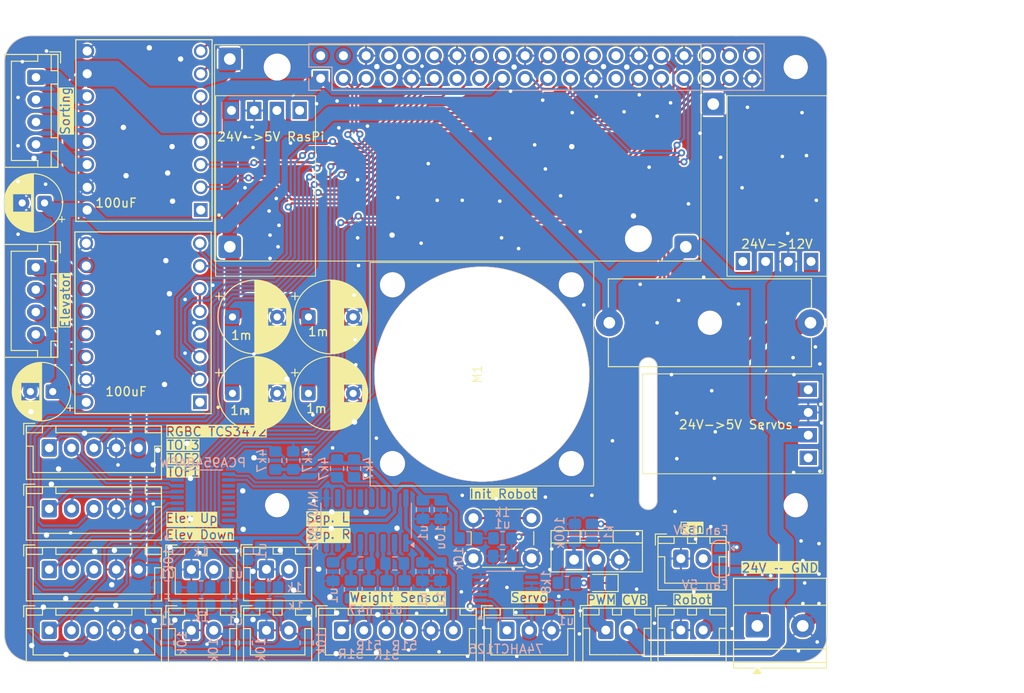
<source format=kicad_pcb>
(kicad_pcb (version 20241229) (generator "pcbnew") (generator_version "9.0")
  (title_block (date "15 nov 2012"))
  (layers (0 "F.Cu" signal) (2 "B.Cu" signal) (13 "F.Paste" user) (15 "B.Paste" user) (5 "F.SilkS" user "F.Silkscreen") (7 "B.SilkS" user "B.Silkscreen") (1 "F.Mask" user) (3 "B.Mask" user) (25 "Edge.Cuts" user))
  (net 0 "")
  (net 1 "GND")
  (net 2 "+5VA")
  (net 3 "Seperatorlinks")
  (net 4 "+24V")
  (net 5 "Elevatoroben")
  (net 6 "Elevatorunten")
  (net 7 "Seperatorrechts")
  (net 8 "init Robot")
  (net 9 "Net-(D1-A)")
  (net 10 "+24V IN")
  (net 11 "DIR Sorting")
  (net 13 "MS1 Elevator")
  (net 15 "SDA")
  (net 16 "Interrupt rgb sensor")
  (net 17 "INT_TOF2")
  (net 18 "PWM_TO_LVL")
  (net 21 "INT_TOF3")
  (net 23 "MS2 Elevator")
  (net 24 "Step Sorting")
  (net 25 "MS2 Sorting")
  (net 26 "SCL")
  (net 27 "CVB PWM")
  (net 28 "Step Elevator")
  (net 29 "INT_TOF1")
  (net 30 "+5V")
  (net 31 "+3V3")
  (net 34 "DIR Elevator")
  (net 35 "MS1 Sorting")
  (net 36 "PWM_LVL")
  (net 37 "CVB V-")
  (net 38 "1A ELEVATOR")
  (net 39 "1B ELEVATOR")
  (net 40 "2B ELEVATOR")
  (net 41 "2A ELEVATOR")
  (net 42 "SCL3")
  (net 43 "SDA3")
  (net 44 "+12V")
  (net 45 "Net-(J12-Pin_2)")
  (net 46 "2B Sorting")
  (net 47 "2A Sorting")
  (net 48 "1A Sorting")
  (net 49 "1B Sorting")
  (net 50 "SDA2")
  (net 51 "SCL2")
  (net 52 "SDA1")
  (net 53 "SCL1")
  (net 54 "SCL0")
  (net 55 "SDA0")
  (net 56 "Net-(J20-Pin_2)")
  (net 57 "Net-(J21-Pin_2)")
  (net 58 "Net-(J22-Pin_2)")
  (net 59 "Net-(Q3-G)")
  (net 60 "Net-(R15-Pad2)")
  (net 63 "Net-(U1-~{RESET})")
  (net 64 "Net-(U2-~{RESET})")
  (net 67 "SDA4")
  (net 68 "SCL4")
  (net 72 "Net-(U3-VBG)")
  (net 73 "Net-(J3-Pin_1)")
  (net 74 "Net-(U3-VIN1P)")
  (net 75 "Net-(U3-VIN1N)")
  (net 76 "Net-(U3-VIN2N)")
  (net 77 "Net-(U3-VIN2P)")
  (net 78 "Net-(J3-Pin_3)")
  (net 79 "Net-(J3-Pin_4)")
  (net 80 "Net-(J3-Pin_6)")
  (net 84 "Net-(U8-~{RESET})")
  (net 91 "Net-(J3-Pin_2)")
  (net 95 "Net-(J11-Pin_2)")
  (footprint "Connector_JST:JST_XH_B5B-XH-A_1x05_P2.50mm_Vertical" (layer "F.Cu") (at 78 90.1)
    (property "Reference" "J9" (hide yes))
    (property "Value" "RGBC TCS3472")
  )
  (footprint "liebler_MODULES:DCDC_HW613" (layer "F.Cu") (at 162.9 87.4 180)
    (property "Reference" "U5" (hide yes))
    (property "Value" "24V->5V Servos")
  )
  (footprint "MountingHole:MountingHole_2.7mm_M2.5" (layer "F.Cu") (at 161.5 47.5)
    (property "Reference" "MH2" (hide yes))
    (property "Value" "MountingHole_2.7mm_M2.5" (hide yes))
  )
  (footprint "Connector_JST:JST_XH_B6B-XH-A_1x06_P2.50mm_Vertical" (layer "F.Cu") (at 110.7 110.5)
    (property "Reference" "J3" (hide yes))
    (property "Value" "Weight Sensor")
  )
  (footprint "Connector_JST:JST_XH_B5B-XH-A_1x05_P2.50mm_Vertical" (layer "F.Cu") (at 78 110.5)
    (property "Reference" "J19" (hide yes))
    (property "Value" "TOF1")
  )
  (footprint "Connector_JST:JST_XH_B2B-XH-A_1x02_P2.50mm_Vertical" (layer "F.Cu") (at 140.25 110.475)
    (property "Reference" "J7" (hide yes))
    (property "Value" "CVB")
  )
  (footprint "Connector_JST:JST_XH_B2B-XH-A_1x02_P2.50mm_Vertical" (layer "F.Cu") (at 148.65 102.475)
    (property "Reference" "J11" (hide yes))
    (property "Value" "Fan")
  )
  (footprint "Capacitor_THT:CP_Radial_D6.3mm_P2.50mm" (layer "F.Cu") (at 78.4 83.8 180)
    (property "Reference" "C4" (hide yes))
    (property "Value" "100uF")
  )
  (footprint "liebler_MODULES:MODULE_A4988_STEPPER_MOTOR_DRIVER_CARRIER" (layer "F.Cu") (at 88.6 54.6 180)
    (property "Reference" "U2" (hide yes))
    (property "Value" "A4988_Sorting" (hide yes))
  )
  (footprint "Capacitor_THT:CP_Radial_D8.0mm_P5.00mm" (layer "F.Cu") (at 98.5 84)
    (property "Reference" "C12" (hide yes))
    (property "Value" "1m")
  )
  (footprint "Connector_JST:JST_XH_B3B-XH-A_1x03_P2.50mm_Vertical" (layer "F.Cu") (at 129.2 110.5)
    (property "Reference" "J2" (hide yes))
    (property "Value" "Servo")
  )
  (footprint "Capacitor_THT:CP_Radial_D6.3mm_P2.50mm" (layer "F.Cu") (at 77.48238 62.7 180)
    (property "Reference" "C5" (hide yes))
    (property "Value" "100uF")
  )
  (footprint "TerminalBlock_Phoenix:TerminalBlock_Phoenix_MKDS-1,5-2-5.08_1x02_P5.08mm_Horizontal" (layer "F.Cu") (at 157.2 110)
    (property "Reference" "J15" (hide yes))
    (property "Value" "24V - GND")
  )
  (footprint "liebler_MODULES:DCDC-XL4015" (layer "F.Cu") (at 123.7 57.1 180)
    (property "Reference" "DC-DC_PI5" (hide yes))
    (property "Value" "~" (hide yes))
  )
  (footprint "Connector_JST:JST_XH_B2B-XH-A_1x02_P2.50mm_Vertical" (layer "F.Cu") (at 93.9 103.7)
    (property "Reference" "J20" (hide yes))
    (property "Value" "Elev Up")
  )
  (footprint "Capacitor_THT:CP_Radial_D8.0mm_P5.00mm" (layer "F.Cu") (at 106.997349 84)
    (property "Reference" "C1" (hide yes))
    (property "Value" "1m")
  )
  (footprint "Package_TO_SOT_THT:TO-220-3_Vertical" (layer "F.Cu") (at 136.7 102.6)
    (property "Reference" "Q3" (hide yes))
    (property "Value" "Q_NMOS_GDS" (hide yes))
  )
  (footprint "liebler_MODULES:DCDC_HW613" (layer "F.Cu") (at 159.4 69.2455 90)
    (property "Reference" "U6" (hide yes))
    (property "Value" "24V->12V")
  )
  (footprint "Capacitor_THT:CP_Radial_D8.0mm_P5.00mm" (layer "F.Cu") (at 106.997349 75.45)
    (property "Reference" "C6" (hide yes))
    (property "Value" "1m")
  )
  (footprint "Connector_JST:JST_XH_B2B-XH-A_1x02_P2.50mm_Vertical" (layer "F.Cu") (at 148.65 110.475)
    (property "Reference" "J10" (hide yes))
    (property "Value" "Robot")
  )
  (footprint "MountingHole:MountingHole_2.7mm_M2.5" (layer "F.Cu") (at 103.5 96.5)
    (property "Reference" "MH3" (hide yes))
    (property "Value" "MountingHole_2.7mm_M2.5" (hide yes))
  )
  (footprint "MountingHole:MountingHole_2.7mm_M2.5" (layer "F.Cu") (at 103.5 47.5)
    (property "Reference" "MH1" (hide yes))
    (property "Value" "MountingHole_2.7mm_M2.5" (hide yes))
  )
  (footprint "liebler_MECH:FAN2507" (layer "F.Cu") (at 126.4 81.85 90)
    (property "Reference" "M1")
    (property "Value" "Fan")
    (fp_circle (center 0 0) (end 0 -12) (stroke (width 0.05)) (fill no) (layer "Edge.Cuts"))
  )
  (footprint "Connector_JST:JST_XH_B2B-XH-A_1x02_P2.50mm_Vertical" (layer "F.Cu") (at 102.3 103.675)
    (property "Reference" "J12" (hide yes))
    (property "Value" "Sep. L")
  )
  (footprint "Connector_JST:JST_XH_B4B-XH-A_1x04_P2.50mm_Vertical" (layer "F.Cu") (at 76.5 69.9 -90)
    (property "Reference" "J8" (hide yes))
    (property "Value" "Elevator")
  )
  (footprint "Connector_JST:JST_XH_B5B-XH-A_1x05_P2.50mm_Vertical" (layer "F.Cu") (at 78 103.7)
    (property "Reference" "J18" (hide yes))
    (property "Value" "TOF2")
  )
  (footprint "MountingHole:MountingHole_2.7mm_M2.5" (layer "F.Cu") (at 161.5 96.5)
    (property "Reference" "MH4" (hide yes))
    (property "Value" "MountingHole_2.7mm_M2.5" (hide yes))
  )
  (footprint "liebler_MODULES:DCDC_HW613" (layer "F.Cu") (at 102.2 52.3545 -90)
    (property "Reference" "U7" (hide yes))
    (property "Value" "24V->5V RasPi")
  )
  (footprint "Connector_JST:JST_XH_B2B-XH-A_1x02_P2.50mm_Vertical" (layer "F.Cu") (at 102.3 110.5)
    (property "Reference" "J22" (hide yes))
    (property "Value" "Sep. R")
  )
  (footprint "Connector_JST:JST_XH_B4B-XH-A_1x04_P2.50mm_Vertical" (layer "F.Cu") (at 76.525 48.65 -90)
    (property "Reference" "J13" (hide yes))
    (property "Value" "Sorting")
  )
  (footprint "LED_SMD:LED_0805_2012Metric_Pad1.15x1.40mm_HandSolder" (layer "F.Cu") (at 139.775 105.2 180)
    (property "Reference" "D1" (hide yes))
    (property "Value" "PWM")
  )
  (footprint "Button_Switch_THT:SW_PUSH_6mm" (layer "F.Cu") (at 125.45 97.95)
    (property "Reference" "SW1" (hide yes))
    (property "Value" "Init Robot")
  )
  (footprint "Fuse:Fuseholder_Cylinder-5x20mm_Schurter_0031_8201_Horizontal_Open" (layer "F.Cu") (at 163.15 76.1 180)
    (property "Reference" "F1" (hide yes))
    (property "Value" "Fuse")
  )
  (footprint "Connector_JST:JST_XH_B5B-XH-A_1x05_P2.50mm_Vertical" (layer "F.Cu") (at 78 96.9)
    (property "Reference" "J17" (hide yes))
    (property "Value" "TOF3")
  )
  (footprint "Capacitor_THT:CP_Radial_D8.0mm_P5.00mm" (layer "F.Cu") (at 98.5 75.45)
    (property "Reference" "C2" (hide yes))
    (property "Value" "1m")
  )
  (footprint "liebler_MODULES:MODULE_A4988_STEPPER_MOTOR_DRIVER_CARRIER" (layer "F.Cu") (at 88.5 76.1 180)
    (property "Reference" "U1" (hide yes))
    (property "Value" "A4988_Elevator" (hide yes))
  )
  (footprint "Connector_JST:JST_XH_B2B-XH-A_1x02_P2.50mm_Vertical" (layer "F.Cu") (at 93.9 110.5)
    (property "Reference" "J21" (hide yes))
    (property "Value" "Elev Down")
  )
  (footprint "Connector_PinSocket_2.54mm:PinSocket_2x20_P2.54mm_Vertical" (layer "B.Cu") (at 108.37 48.77 -90)
    (property "Reference" "J1" (hide yes))
    (property "Value" "GPIO")
  )
  (footprint "Resistor_SMD:R_0805_2012Metric_Pad1.20x1.40mm_HandSolder" (layer "B.Cu") (at 135.9 105.2 180)
    (property "Reference" "R2" (hide yes))
    (property "Value" "1k8")
  )
  (footprint "Capacitor_SMD:C_0805_2012Metric_Pad1.18x1.45mm_HandSolder" (layer "B.Cu") (at 119.8 97 -90)
    (property "Reference" "C16" (hide yes))
    (property "Value" "u1")
  )
  (footprint "Capacitor_SMD:C_0805_2012Metric_Pad1.18x1.45mm_HandSolder" (layer "B.Cu") (at 121.8 97 -90)
    (property "Reference" "C17" (hide yes))
    (property "Value" "10u")
  )
  (footprint "Resistor_SMD:R_0805_2012Metric_Pad1.20x1.40mm_HandSolder" (layer "B.Cu") (at 136.8 99.6 -90)
    (property "Reference" "R3" (hide yes))
    (property "Value" "100k")
  )
  (footprint "Resistor_SMD:R_0805_2012Metric_Pad1.20x1.40mm_HandSolder" (layer "B.Cu") (at 91.2 111.9 -90)
    (property "Reference" "R9" (hide yes))
    (property "Value" "10k")
  )
  (footprint "Package_SO:SOP-16_3.9x9.9mm_P1.27mm" (layer "B.Cu") (at 113.45 98.225 90)
    (property "Reference" "U3" (hide yes))
    (property "Value" "NAU7802")
  )
  (footprint "Resistor_SMD:R_0805_2012Metric_Pad1.20x1.40mm_HandSolder" (layer "B.Cu") (at 89.7 102.6 -90)
    (property "Reference" "R22" (hide yes))
    (property "Value" "10k")
  )
  (footprint "Resistor_SMD:R_0805_2012Metric_Pad1.20x1.40mm_HandSolder" (layer "B.Cu") (at 95 105.7 180)
    (property "Reference" "R10" (hide yes))
    (property "Value" "1k")
  )
  (footprint "Resistor_SMD:R_0805_2012Metric_Pad1.20x1.40mm_HandSolder" (layer "B.Cu") (at 117.75 105.925 90)
    (property "Reference" "R4" (hide yes))
    (property "Value" "51R")
  )
  (footprint "Capacitor_SMD:C_0805_2012Metric_Pad1.18x1.45mm_HandSolder" (layer "B.Cu") (at 128.7 102.2 180)
    (property "Reference" "C10" (hide yes))
    (property "Value" "u1")
  )
  (footprint "Resistor_SMD:R_0805_2012Metric_Pad1.20x1.40mm_HandSolder" (layer "B.Cu") (at 124.9 100.2 180)
    (property "Reference" "R16" (hide yes))
    (property "Value" "10k")
  )
  (footprint "Capacitor_SMD:C_0805_2012Metric_Pad1.18x1.45mm_HandSolder" (layer "B.Cu") (at 134.9 107.9)
    (property "Reference" "C20" (hide yes))
    (property "Value" "u1")
  )
  (footprint "Capacitor_SMD:C_0805_2012Metric_Pad1.18x1.45mm_HandSolder" (layer "B.Cu") (at 116.65 103.025 180)
    (property "Reference" "C18" (hide yes))
    (property "Value" "u1")
  )
  (footprint "Resistor_SMD:R_0805_2012Metric_Pad1.20x1.40mm_HandSolder" (layer "B.Cu") (at 128.7 100.2 180)
    (property "Reference" "R15" (hide yes))
    (property "Value" "1k")
  )
  (footprint "Resistor_SMD:R_0805_2012Metric_Pad1.20x1.40mm_HandSolder" (layer "B.Cu") (at 102.6 105.7 180)
    (property "Reference" "R8" (hide yes))
    (property "Value" "1k")
  )
  (footprint "Capacitor_SMD:C_0805_2012Metric_Pad1.18x1.45mm_HandSolder" (layer "B.Cu") (at 100.1 101.6 -90)
    (property "Reference" "C11" (hide yes))
    (property "Value" "u1")
  )
  (footprint "Capacitor_SMD:C_0805_2012Metric_Pad1.18x1.45mm_HandSolder" (layer "B.Cu") (at 91.2 107.7 180)
    (property "Reference" "C8" (hide yes))
    (property "Value" "u1")
  )
  (footprint "Resistor_SMD:R_0805_2012Metric_Pad1.20x1.40mm_HandSolder" (layer "B.Cu") (at 102.6 107.7 180)
    (property "Reference" "R14" (hide yes))
    (property "Value" "1k")
  )
  (footprint "Resistor_SMD:R_0805_2012Metric_Pad1.20x1.40mm_HandSolder" (layer "B.Cu") (at 111.75 105.925 90)
    (property "Reference" "R17" (hide yes))
    (property "Value" "51R")
  )
  (footprint "Resistor_SMD:R_0805_2012Metric_Pad1.20x1.40mm_HandSolder" (layer "B.Cu") (at 110.2 92.4 -90)
    (property "Reference" "R20" (hide yes))
    (property "Value" "4k7")
  )
  (footprint "Resistor_SMD:R_0805_2012Metric_Pad1.20x1.40mm_HandSolder" (layer "B.Cu") (at 98.1 111.9 -90)
    (property "Reference" "R11" (hide yes))
    (property "Value" "10k")
  )
  (footprint "Capacitor_SMD:C_0805_2012Metric_Pad1.18x1.45mm_HandSolder" (layer "B.Cu") (at 112.85 103.025 180)
    (property "Reference" "C19" (hide yes))
    (property "Value" "n47")
  )
  (footprint "Resistor_SMD:R_0805_2012Metric_Pad1.20x1.40mm_HandSolder" (layer "B.Cu") (at 105.3 91.495094 90)
    (property "Reference" "R18" (hide yes))
    (property "Value" "4k7")
  )
  (footprint "Resistor_SMD:R_0805_2012Metric_Pad1.20x1.40mm_HandSolder" (layer "B.Cu") (at 103.3 91.5 90)
    (property "Reference" "R19" (hide yes))
    (property "Value" "4k7")
  )
  (footprint "Resistor_SMD:R_0805_2012Metric_Pad1.20x1.40mm_HandSolder" (layer "B.Cu") (at 112.1 92.4 -90)
    (property "Reference" "R21" (hide yes))
    (property "Value" "4k7")
  )
  (footprint "Resistor_SMD:R_0805_2012Metric_Pad1.20x1.40mm_HandSolder" (layer "B.Cu") (at 95 107.7 180)
    (property "Reference" "R12" (hide yes))
    (property "Value" "1k")
  )
  (footprint "Package_SO:TSSOP-14_4.4x5mm_P0.65mm" (layer "B.Cu") (at 129.1 106.5)
    (property "Reference" "U4" (hide yes))
    (property "Value" "74AHCT125")
  )
  (footprint "Capacitor_SMD:C_0805_2012Metric_Pad1.18x1.45mm_HandSolder" (layer "B.Cu") (at 121.75 103.925 -90)
    (property "Reference" "C15" (hide yes))
    (property "Value" "1u")
  )
  (footprint "Capacitor_SMD:C_0805_2012Metric_Pad1.18x1.45mm_HandSolder" (layer "B.Cu") (at 98.8 107.7 180)
    (property "Reference" "C9" (hide yes))
    (property "Value" "u1")
  )
  (footprint "Capacitor_SMD:C_0805_2012Metric_Pad1.18x1.45mm_HandSolder" (layer "B.Cu") (at 119.75 103.925 -90)
    (property "Reference" "C14" (hide yes))
    (property "Value" "u1")
  )
  (footprint "Resistor_SMD:R_0805_2012Metric_Pad1.20x1.40mm_HandSolder" (layer "B.Cu") (at 113.75 105.925 90)
    (property "Reference" "R6" (hide yes))
    (property "Value" "51R")
  )
  (footprint "Resistor_SMD:R_0805_2012Metric_Pad1.20x1.40mm_HandSolder" (layer "B.Cu") (at 100 111.9 -90)
    (property "Reference" "R7" (hide yes))
    (property "Value" "10k")
  )
  (footprint "Capacitor_SMD:C_0805_2012Metric_Pad1.18x1.45mm_HandSolder" (layer "B.Cu") (at 98.8 105.7 180)
    (property "Reference" "C3" (hide yes))
    (property "Value" "u1")
  )
  (footprint "Package_SO:TSSOP-24_4.4x7.8mm_P0.65mm" (layer "B.Cu") (at 95.1875 96.6)
    (property "Reference" "U8" (hide yes))
    (property "Value" "PCA9548APW")
  )
  (footprint "Jumper:SolderJumper-3_P1.3mm_Open_RoundedPad1.0x1.5mm" (layer "B.Cu") (at 153.1 102.5 -90)
    (property "Reference" "JP1" (hide yes))
    (property "Value" "SolderJumper_3_Open")
  )
  (footprint "Capacitor_SMD:C_0805_2012Metric_Pad1.18x1.45mm_HandSolder" (layer "B.Cu") (at 91.2 105.7 180)
    (property "Reference" "C7" (hide yes))
    (property "Value" "u1")
  )
  (footprint "Capacitor_SMD:C_0805_2012Metric_Pad1.18x1.45mm_HandSolder" (layer "B.Cu") (at 109.75 103.925 -90)
    (property "Reference" "C13" (hide yes))
    (property "Value" "u1")
  )
  (footprint "Resistor_SMD:R_0805_2012Metric_Pad1.20x1.40mm_HandSolder" (layer "B.Cu") (at 138.7 99.6 90)
    (property "Reference" "R1" (hide yes))
    (property "Value" "k1")
  )
  (footprint "Resistor_SMD:R_0805_2012Metric_Pad1.20x1.40mm_HandSolder" (layer "B.Cu") (at 115.75 105.925 90)
    (property "Reference" "R5" (hide yes))
    (property "Value" "51R")
  )
  (footprint "Resistor_SMD:R_0805_2012Metric_Pad1.20x1.40mm_HandSolder" (layer "B.Cu") (at 106.8 111.9 -90)
    (property "Reference" "R13" (hide yes))
    (property "Value" "10k")
  )
  (gr_arc (start 162 44) (mid 164.12132 44.87868) (end 165 47) (stroke (width 0.1)) (layer "Edge.Cuts"))
  (gr_line (start 165 111) (end 165 47) (stroke (width 0.1)) (layer "Edge.Cuts"))
  (gr_line (start 73 47) (end 73 111) (stroke (width 0.1)) (layer "Edge.Cuts"))
  (gr_line (start 146 81) (end 146 96) (stroke (width 0.1)) (layer "Edge.Cuts"))
  (gr_line (start 144 96) (end 144 81) (stroke (width 0.1)) (layer "Edge.Cuts"))
  (gr_arc (start 76 114) (mid 73.87868 113.12132) (end 73 111) (stroke (width 0.1)) (layer "Edge.Cuts"))
  (gr_arc (start 73 47) (mid 73.87868 44.87868) (end 76 44) (stroke (width 0.1)) (layer "Edge.Cuts"))
  (gr_arc (start 144 81) (mid 145 80) (end 146 81) (stroke (width 0.1)) (layer "Edge.Cuts"))
  (gr_line (start 162 114) (end 76 114) (stroke (width 0.1)) (layer "Edge.Cuts"))
  (gr_arc (start 165 111) (mid 164.12132 113.12132) (end 162 114) (stroke (width 0.1)) (layer "Edge.Cuts"))
  (gr_arc (start 146 96) (mid 145 97) (end 144 96) (stroke (width 0.1)) (layer "Edge.Cuts"))
  (gr_line (start 162 44) (end 76 44) (stroke (width 0.1)) (layer "Edge.Cuts"))
  (gr_text "Fan 12V" (at 154.1 99.9 0) (layer "B.SilkS") (effects (font (size 1 1)) (justify left bottom mirror)))
  (gr_text "Fan 5V" (at 154.1 106 0) (layer "B.SilkS") (effects (font (size 1 1)) (justify left bottom mirror)))
  (segment (start 164.1 107.5) (end 164.1 104.2) (width 1.6) (layer "F.Cu") (net 1))
  (segment (start 161.6728 86.13) (end 162.9 86.13) (width 1.6) (layer "F.Cu") (net 1))
  (segment (start 160.9338 86.869) (end 161.6728 86.13) (width 1.6) (layer "F.Cu") (net 1))
  (segment (start 162.28 110) (end 164.1 108.18) (width 1.6) (layer "F.Cu") (net 1))
  (segment (start 160.9338 92.511) (end 160.9338 86.869) (width 1.6) (layer "F.Cu") (net 1))
  (segment (start 164.1 95.6772) (end 161.2614 92.8386) (width 1.6) (layer "F.Cu") (net 1))
  (segment (start 164.1 100.8) (end 164.1 95.6772) (width 1.6) (layer "F.Cu") (net 1))
  (segment (start 161.2614 92.8386) (end 160.9338 92.511) (width 1.6) (layer "F.Cu") (net 1))
  (segment (start 98.2 47.497502) (end 96.177502 49.52) (width 1.6) (layer "F.Cu") (net 1))
  (segment (start 98.2 46.6) (end 98.2 47.497502) (width 1.6) (layer "F.Cu") (net 1))
  (segment (start 164.1 104.2) (end 164.1 100.8) (width 1.6) (layer "F.Cu") (net 1))
  (segment (start 164.1 108.18) (end 164.1 107.5) (width 1.6) (layer "F.Cu") (net 1))
  (via (at 137.3 110.9) (size 0.8) (drill 0.4) (layers "F.Cu" "B.Cu") (net 1))
  (via (at 137.4 108.3) (size 0.8) (drill 0.4) (layers "F.Cu" "B.Cu") (net 1))
  (via (at 146 76.1) (size 0.8) (drill 0.4) (layers "F.Cu" "B.Cu") (net 1))
  (via (at 112.3 80.8) (size 0.8) (drill 0.4) (layers "F.Cu" "B.Cu") (net 1))
  (via (at 129.2 105.7) (size 0.8) (drill 0.4) (layers "F.Cu" "B.Cu") (net 1))
  (via (at 138.7 95.4) (size 0.8) (drill 0.4) (layers "F.Cu" "B.Cu") (net 1))
  (via (at 77.6 60.6) (size 0.8) (drill 0.4) (layers "F.Cu" "B.Cu") (net 1))
  (via (at 112.1 73) (size 0.8) (drill 0.4) (layers "F.Cu" "B.Cu") (net 1))
  (via (at 145.7 109.7) (size 0.8) (drill 0.4) (layers "F.Cu" "B.Cu") (net 1))
  (via (at 163.9 111.8) (size 0.8) (drill 0.4) (layers "F.Cu" "B.Cu") (net 1))
  (via (at 79.85 106.95) (size 0.9) (drill 0.6) (layers "F.Cu" "B.Cu") (net 1))
  (via (at 74.524 50.9) (size 0.8) (drill 0.4) (layers "F.Cu" "B.Cu") (net 1))
  (via (at 102.7 66.3) (size 0.8) (drill 0.4) (layers "F.Cu" "B.Cu") (net 1))
  (via (at 134 103.7) (size 0.8) (drill 0.4) (layers "F.Cu" "B.Cu") (net 1))
  (via (at 144.1 71.8) (size 0.8) (drill 0.4) (layers "F.Cu" "B.Cu") (net 1))
  (via (at 130 47.5) (size 0.9) (drill 0.6) (layers "F.Cu" "B.Cu") (net 1))
  (via (at 83.3 108.15) (size 0.9) (drill 0.6) (layers "F.Cu" "B.Cu") (net 1))
  (via (at 130.3 113.4) (size 0.8) (drill 0.4) (layers "F.Cu" "B.Cu") (net 1))
  (via (at 100.1 86) (size 0.8) (drill 0.4) (layers "F.Cu" "B.Cu") (net 1))
  (via (at 128.6 66.6) (size 0.8) (drill 0.4) (layers "F.Cu" "B.Cu") (net 1))
  (via (at 152.1 83.7) (size 0.8) (drill 0.4) (layers "F.Cu" "B.Cu") (net 1))
  (via (at 121.4 62.4) (size 0.8) (drill 0.4) (layers "F.Cu" "B.Cu") (net 1))
  (via (at 160 57.5) (size 0.8) (drill 0.4) (layers "F.Cu" "B.Cu") (net 1))
  (via (at 124.2 95.4) (size 0.8) (drill 0.4) (layers "F.Cu" "B.Cu") (net 1))
  (via (at 145.3 47.5) (size 0.9) (drill 0.6) (layers "F.Cu" "B.Cu") (net 1))
  (via (at 92.7 46.6) (size 0.9) (drill 0.6) (layers "F.Cu" "B.Cu") (net 1))
  (via (at 94.85 101.8) (size 0.8) (drill 0.4) (layers "F.Cu" "B.Cu") (net 1))
  (via (at 126.6 110.2) (size 0.8) (drill 0.4) (layers "F.Cu" "B.Cu") (net 1))
  (via (at 99.65 94.9) (size 0.9) (drill 0.6) (layers "F.Cu" "B.Cu") (net 1))
  (via (at 105.35 106) (size 0.9) (drill 0.6) (layers "F.Cu" "B.Cu") (net 1))
  (via (at 74.524 56.3) (size 0.8) (drill 0.4) (layers "F.Cu" "B.Cu") (net 1))
  (via (at 150.1 106.2) (size 0.8) (drill 0.4) (layers "F.Cu" "B.Cu") (net 1))
  (via (at 81.95 88.45) (size 0.9) (drill 0.6) (layers "F.Cu" "B.Cu") (net 1))
  (via (at 109.6 97.25) (size 0.9) (drill 0.6) (layers "F.Cu" "B.Cu") (net 1))
  (via (at 129.6 50.2) (size 0.8) (drill 0.4) (layers "F.Cu" "B.Cu") (net 1))
  (via (at 95.65 112.05) (size 0.8) (drill 0.4) (layers "F.Cu" "B.Cu") (net 1))
  (via (at 107.05 109.15) (size 0.9) (drill 0.6) (layers "F.Cu" "B.Cu") (net 1))
  (via (at 114.65 47.45) (size 0.9) (drill 0.6) (layers "F.Cu" "B.Cu") (net 1))
  (via (at 162.2 52.6) (size 0.8) (drill 0.4) (layers "F.Cu" "B.Cu") (net 1))
  (via (at 153.1 57.6) (size 0.8) (drill 0.4) (layers "F.Cu" "B.Cu") (net 1))
  (via (at 118.2 112.7) (size 0.8) (drill 0.4) (layers "F.Cu" "B.Cu") (net 1))
  (via (at 100.9 79.6) (size 0.8) (drill 0.4) (layers "F.Cu" "B.Cu") (net 1))
  (via (at 127.3 55.5) (size 0.8) (drill 0.4) (layers "F.Cu" "B.Cu") (net 1))
  (via (at 116.35 66.3) (size 0.9) (drill 0.6) (layers "F.Cu" "B.Cu") (net 1))
  (via (at 154.4 110.3) (size 0.8) (drill 0.4) (layers "F.Cu" "B.Cu") (net 1))
  (via (at 148.2 91.3) (size 0.8) (drill 0.4) (layers "F.Cu" "B.Cu") (net 1))
  (via (at 152.5 88.3) (size 0.8) (drill 0.4) (layers "F.Cu" "B.Cu") (net 1))
  (via (at 91.5 101.2) (size 0.9) (drill 0.6) (layers "F.Cu" "B.Cu") (net 1))
  (via (at 110.4 54.3) (size 0.8) (drill 0.4) (layers "F.Cu" "B.Cu") (net 1))
  (via (at 109.55 99.1) (size 0.9) (drill 0.6) (layers "F.Cu" "B.Cu") (net 1))
  (via (at 152.4 93.5) (size 0.8) (drill 0.4) (layers "F.Cu" "B.Cu") (net 1))
  (via (at 103.4 62.2) (size 0.8) (drill 0.4) (layers "F.Cu" "B.Cu") (net 1))
  (via (at 91.25 59.35) (size 0.9) (drill 0.6) (layers "F.Cu" "B.Cu") (net 1))
  (via (at 147.6 81.9) (size 0.8) (drill 0.4) (layers "F.Cu" "B.Cu") (net 1))
  (via (at 135 106.7) (size 0.8) (drill 0.4) (layers "F.Cu" "B.Cu") (net 1))
  (via (at 112.2 78) (size 0.8) (drill 0.4) (layers "F.Cu" "B.Cu") (net 1))
  (via (at 117 62.1) (size 0.8) (drill 0.4) (layers "F.Cu" "B.Cu") (net 1))
  (via (at 132.3 56.2) (size 0.8) (drill 0.4) (layers "F.Cu" "B.Cu") (net 1))
  (via (at 136.5 52.6) (size 0.8) (drill 0.4) (layers "F.Cu" "B.Cu") (net 1))
  (via (at 106.7 90.3) (size 0.8) (drill 0.4) (layers "F.Cu" "B.Cu") (net 1))
  (via (at 93.2 79.5) (size 0.8) (drill 0.4) (layers "F.Cu" "B.Cu") (net 1))
  (via (at 76.3 57.7) (size 0.9) (drill 0.6) (layers "F.Cu" "B.Cu") (net 1))
  (via (at 105 56) (size 0.8) (drill 0.4) (layers "F.Cu" "B.Cu") (net 1))
  (via (at 134.2 101.4) (size 0.8) (drill 0.4) (layers "F.Cu" "B.Cu") (net 1))
  (via (at 112.6 69.7) (size 0.8) (drill 0.4) (layers "F.Cu" "B.Cu") (net 1))
  (via (at 96.3 71.9) (size 0.8) (drill 0.4) (layers "F.Cu" "B.Cu") (net 1))
  (via (at 152 98.9) (size 0.8) (drill 0.4) (layers "F.Cu" "B.Cu") (net 1))
  (via (at 74.524 60.3) (size 0.8) (drill 0.4) (layers "F.Cu" "B.Cu") (net 1))
  (via (at 112.5 60.1) (size 0.8) (drill 0.4) (layers "F.Cu" "B.Cu") (net 1))
  (via (at 162.5 105.2) (size 0.8) (drill 0.4) (layers "F.Cu" "B.Cu") (net 1))
  (via (at 114.75 108.75) (size 0.9) (drill 0.6) (layers "F.Cu" "B.Cu") (net 1))
  (via (at 77.7 45.71) (size 0.8) (drill 0.4) (layers "F.Cu" "B.Cu") (net 1))
  (via (at 140 47.45) (size 0.9) (drill 0.6) (layers "F.Cu" "B.Cu") (net 1))
  (via (at 110.1 113.1) (size 0.9) (drill 0.6) (layers "F.Cu" "B.Cu") (net 1))
  (via (at 117.1 47.45) (size 0.9) (drill 0.6) (layers "F.Cu" "B.Cu") (net 1))
  (via (at 142.6 47.5) (size 0.9) (drill 0.6) (layers "F.Cu" "B.Cu") (net 1))
  (via (at 115 51.3) (size 0.8) (drill 0.4) (layers "F.Cu" "B.Cu") (net 1))
  (via (at 113.45 97.3) (size 0.9) (drill 0.6) (layers "F.Cu" "B.Cu") (net 1))
  (via (at 150.3 100.3) (size 0.8) (drill 0.4) (layers "F.Cu" "B.Cu") (net 1))
  (via (at 143.7 105.9) (size 0.8) (drill 0.4) (layers "F.Cu" "B.Cu") (net 1))
  (via (at 93.8 98.05) (size 0.9) (drill 0.6) (layers "F.Cu" "B.Cu") (net 1))
  (via (at 98.95 109.4) (size 0.9) (drill 0.6) (layers "F.Cu" "B.Cu") (net 1))
  (via (at 137.4 65.9) (size 0.8) (drill 0.4) (layers "F.Cu" "B.Cu") (net 1))
  (via (at 121.3 100.1) (size 0.8) (drill 0.4) (layers "F.Cu" "B.Cu") (net 1))
  (via (at 121.6 112.9) (size 0.8) (drill 0.4) (layers "F.Cu" "B.Cu") (net 1))
  (via (at 164.2 80.7) (size 0.8) (drill 0.4) (layers "F.Cu" "B.Cu") (net 1))
  (via (at 77.7 99.85) (size 0.9) (drill 0.6) (layers "F.Cu" "B.Cu") (net 1))
  (via (at 130.2 108.5) (size 0.8) (drill 0.4) (layers "F.Cu" "B.Cu") (net 1))
  (via (at 90.9 83) (size 0.9) (drill 0.6) (layers "F.Cu" "B.Cu") (net 1))
  (via (at 103.85 101.55) (size 0.9) (drill 0.6) (layers "F.Cu" "B.Cu") (net 1))
  (via (at 91.05 69.15) (size 0.9) (drill 0.6) (layers "F.Cu" "B.Cu") (net 1))
  (via (at 150.8 54.9) (size 0.8) (drill 0.4) (layers "F.Cu" "B.Cu") (net 1))
  (via (at 113.6 54.1) (size 0.8) (drill 0.4) (layers "F.Cu" "B.Cu") (net 1))
  (via (at 161.2614 92.8386) (size 0.8) (drill 0.4) (layers "F.Cu" "B.Cu") (net 1))
  (via (at 151.2 71) (size 0.8) (drill 0.4) (layers "F.Cu" "B.Cu") (net 1))
  (via (at 164.1 100.8) (size 0.8) (drill 0.4) (layers "F.Cu" "B.Cu") (net 1))
  (via (at 116.901992 99.072008) (size 0.9) (drill 0.6) (layers "F.Cu" "B.Cu") (net 1))
  (via (at 85.3 101.55) (size 0.9) (drill 0.6) (layers "F.Cu" "B.Cu") (net 1))
  (via (at 100.8 103.9) (size 0.9) (drill 0.6) (layers "F.Cu" "B.Cu") (net 1))
  (via (at 91.75 56.4) (size 0.9) (drill 0.6) (layers "F.Cu" "B.Cu") (net 1))
  (via (at 120.3 106) (size 0.8) (drill 0.4) (layers "F.Cu" "B.Cu") (net 1))
  (via (at 133.2 51.2) (size 0.8) (drill 0.4) (layers "F.Cu" "B.Cu") (net 1))
  (via (at 148 97.2) (size 0.8) (drill 0.4) (layers "F.Cu" "B.Cu") (net 1))
  (via (at 108.15 103.65) (size 0.9) (drill 0.6) (layers "F.Cu" "B.Cu") (net 1))
  (via (at 103.6 67.6) (size 0.8) (drill 0.4) (layers "F.Cu" "B.Cu") (net 1))
  (via (at 100.9 91.2) (size 0.9) (drill 0.6) (layers "F.Cu" "B.Cu") (net 1))
  (via (at 164.4 87.3) (size 0.8) (drill 0.4) (layers "F.Cu" "B.Cu") (net 1))
  (via (at 133.5 95.6) (size 0.8) (drill 0.4) (layers "F.Cu" "B.Cu") (net 1))
  (via (at 102.7 68.9) (size 0.8) (drill 0.4) (layers "F.Cu" "B.Cu") (net 1))
  (via (at 75.95 86.05) (size 0.9) (drill 0.6) (layers "F.Cu" "B.Cu") (net 1))
  (via (at 163.7 78.8) (size 0.8) (drill 0.4) (layers "F.Cu" "B.Cu") (net 1))
  (via (at 163.8 62.4) (size 0.8) (drill 0.4) (layers "F.Cu" "B.Cu") (net 1))
  (via (at 76.05 112.2) (size 0.9) (drill 0.6) (layers "F.Cu" "B.Cu") (net 1))
  (via (at 89.65 92) (size 0.9) (drill 0.6) (layers "F.Cu" "B.Cu") (net 1))
  (via (at 148.4 73.6) (size 0.8) (drill 0.4) (layers "F.Cu" "B.Cu") (net 1))
  (via (at 120.4 58.3) (size 0.8) (drill 0.4) (layers "F.Cu" "B.Cu") (net 1))
  (via (at 100.7 54.2) (size 0.8) (drill 0.4) (layers "F.Cu" "B.Cu") (net 1))
  (via (at 74.524 66.2) (size 0.8) (drill 0.4) (layers "F.Cu" "B.Cu") (net 1))
  (via (at 86.3 54.25) (size 0.9) (drill 0.6) (layers "F.Cu" "B.Cu") (net 1))
  (via (at 92.05 109.35) (size 0.9) (drill 0.6) (layers "F.Cu" "B.Cu") (net 1))
  (via (at 164.1 107.5) (size 0.8) (drill 0.4) (layers "F.Cu" "B.Cu") (net 1))
  (via (at 161.3 81.9) (size 0.8) (drill 0.4) (layers "F.Cu" "B.Cu") (net 1))
  (via (at 99 101.6) (size 0.8) (drill 0.4) (layers "F.Cu" "B.Cu") (net 1))
  (via (at 123.4 103) (size 0.8) (drill 0.4) (layers "F.Cu" "B.Cu") (net 1))
  (via (at 100.8 56.5) (size 0.8) (drill 0.4) (layers "F.Cu" "B.Cu") (net 1))
  (via (at 156.1 52) (size 0.8) (drill 0.4) (layers "F.Cu" "B.Cu") (net 1))
  (via (at 93.8 93.5) (size 0.9) (drill 0.6) (layers "F.Cu" "B.Cu") (net 1))
  (via (at 109.7 90.1) (size 0.8) (drill 0.4) (layers "F.Cu" "B.Cu") (net 1))
  (via (at 155.5 61) (size 0.8) (drill 0.4) (layers "F.Cu" "B.Cu") (net 1))
  (via (at 147.5 51.5) (size 0.8) (drill 0.4) (layers "F.Cu" "B.Cu") (net 1))
  (via (at 79.05 92.45) (size 0.9) (drill 0.6) (layers "F.Cu" "B.Cu") (net 1))
  (via (at 142.3 52.5) (size 0.8) (drill 0.4) (layers "F.Cu" "B.Cu") (net 1))
  (via (at 133.5 58.9) (size 0.8) (drill 0.4) (layers "F.Cu" "B.Cu") (net 1))
  (via (at 162.3 107.5) (size 0.8) (drill 0.4) (layers "F.Cu" "B.Cu") (net 1))
  (via (at 89.65 96.35) (size 0.8) (drill 0.4) (layers "F.Cu" "B.Cu") (net 1))
  (via (at 119.1 108.6) (size 0.8) (drill 0.4) (layers "F.Cu" "B.Cu") (net 1))
  (via (at 162.7 57.4) (size 0.8) (drill 0.4) (layers "F.Cu" "B.Cu") (net 1))
  (via (at 124.2 62.4) (size 0.8) (drill 0.4) (layers "F.Cu" "B.Cu") (net 1))
  (via (at 143.8 99.7) (size 0.8) (drill 0.4) (layers "F.Cu" "B.Cu") (net 1))
  (via (at 110.2 51.3) (size 0.8) (drill 0.4) (layers "F.Cu" "B.Cu") (net 1))
  (via (at 129.9 103.6) (size 0.8) (drill 0.4) (layers "F.Cu" "B.Cu") (net 1))
  (via (at 104.6 82.4) (size 0.9) (drill 0.6) (layers "F.Cu" "B.Cu") (net 1))
  (via (at 110.15 108.55) (size 0.9) (drill 0.6) (layers "F.Cu" "B.Cu") (net 1))
  (via (at 114.6 89) (size 0.8) (drill 0.4) (layers "F.Cu" "B.Cu") (net 1))
  (via (at 162.3 102.7) (size 0.8) (drill 0.4) (layers "F.Cu" "B.Cu") (net 1))
  (via (at 161.2 80) (size 0.8) (drill 0.4) (layers "F.Cu" "B.Cu") (net 1))
  (via (at 155.1 74) (size 0.8) (drill 0.4) (layers "F.Cu" "B.Cu") (net 1))
  (via (at 109.4 106.75) (size 0.9) (drill 0.6) (layers "F.Cu" "B.Cu") (net 1))
  (via (at 160.6 66.1) (size 0.8) (drill 0.4) (layers "F.Cu" "B.Cu") (net 1))
  (via (at 135.2 61.9) (size 0.8) (drill 0.4) (layers "F.Cu" "B.Cu") (net 1))
  (via (at 100.8 109.3) (size 0.9) (drill 0.6) (layers "F.Cu" "B.Cu") (net 1))
  (via (at 99.9 55.3) (size 0.8) (drill 0.4) (layers "F.Cu" "B.Cu") (net 1))
  (via (at 91.45 72.85) (size 0.9) (drill 0.6) (layers "F.Cu" "B.Cu") (net 1))
  (via (at 124.1 106.2) (size 0.8) (drill 0.4) (layers "F.Cu" "B.Cu") (net 1))
  (via (at 114.6 113) (size 0.9) (drill 0.6) (layers "F.Cu" "B.Cu") (net 1))
  (via (at 85.7 92) (size 0.8) (drill 0.4) (layers "F.Cu" "B.Cu") (net 1))
  (via (at 99.9 61) (size 0.8) (drill 0.4) (layers "F.Cu" "B.Cu") (net 1))
  (via (at 86.6 59.65) (size 0.9) (drill 0.6) (layers "F.Cu" "B.Cu") (net 1))
  (via (at 80.4 99.6) (size 0.8) (drill 0.4) (layers "F.Cu" "B.Cu") (net 1))
  (via (at 90.2 77.2) (size 0.9) (drill 0.6) (layers "F.Cu" "B.Cu") (net 1))
  (via (at 145.1 58.7) (size 0.8) (drill 0.4) (layers "F.Cu" "B.Cu") (net 1))
  (via (at 79.9 113.2) (size 0.9) (drill 0.6) (layers "F.Cu" "B.Cu") (net 1))
  (via (at 119.6 67.2) (size 0.8) (drill 0.4) (layers "F.Cu" "B.Cu") (net 1))
  (via (at 146 53) (size 0.8) (drill 0.4) (layers "F.Cu" "B.Cu") (net 1))
  (via (at 107.6 96) (size 0.8) (drill 0.4) (layers "F.Cu" "B.Cu") (net 1))
  (via (at 162.1 100.5) (size 0.8) (drill 0.4) (layers "F.Cu" "B.Cu") (net 1))
  (via (at 130.5 67.8) (size 0.8) (drill 0.4) (layers "F.Cu" "B.Cu") (net 1))
  (via (at 94.2 76.1) (size 0.8) (drill 0.4) (layers "F.Cu" "B.Cu") (net 1))
  (via (at 85 105.4) (size 0.9) (drill 0.6) (layers "F.Cu" "B.Cu") (net 1))
  (via (at 119.7 47.4) (size 0.8) (drill 0.4) (layers "F.Cu" "B.Cu") (net 1))
  (via (at 112.15 87.2) (size 0.9) (drill 0.6) (layers "F.Cu" "B.Cu") (net 1))
  (via (at 164.1 104.2) (size 0.8) (drill 0.4) (layers "F.Cu" "B.Cu") (net 1))
  (via (at 93.4 89.6) (size 0.9) (drill 0.6) (layers "F.Cu" "B.Cu") (net 1))
  (via (at 128 95.8) (size 0.8) (drill 0.4) (layers "F.Cu" "B.Cu") (net 1))
  (via (at 85.45 107.7) (size 0.9) (drill 0.6) (layers "F.Cu" "B.Cu") (net 1))
  (via (at 91.8 62.5) (size 0.9) (drill 0.6) (layers "F.Cu" "B.Cu") (net 1))
  (via (at 99.7 99.2) (size 0.9) (drill 0.6) (layers "F.Cu" "B.Cu") (net 1))
  (via (at 148.2 86.2) (size 0.8) (drill 0.4) (layers "F.Cu" "B.Cu") (net 1))
  (via (at 77.35 107.9) (size 0.9) (drill 0.6) (layers "F.Cu" "B.Cu") (net 1))
  (via (at 161.8 112.8) (size 0.8) (drill 0.4) (layers "F.Cu" "B.Cu") (net 1))
  (via (at 149.5 62.8) (size 0.8) (drill 0.4) (layers "F.Cu" "B.Cu") (net 1))
  (via (at 90.15 90.35) (size 0.9) (drill 0.6) (layers "F.Cu" "B.Cu") (net 1))
  (via (at 89.75 109.4) (size 0.9) (drill 0.6) (layers "F.Cu" "B.Cu") (net 1))
  (via (at 87.75 112.8) (size 0.9) (drill 0.6) (layers "F.Cu" "B.Cu") (net 1))
  (via (at 89.2 45.35) (size 0.9) (drill 0.6) (layers "F.Cu" "B.Cu") (net 1))
  (via (at 128.4 62.5) (size 0.8) (drill 0.4) (layers "F.Cu" "B.Cu") (net 1))
  (via (at 93.2 73.5) (size 0.8) (drill 0.4) (layers "F.Cu" "B.Cu") (net 1))
  (via (at 121.9 108.3) (size 0.8) (drill 0.4) (layers "F.Cu" "B.Cu") (net 1))
  (via (at 143.35 64.15) (size 0.9) (drill 0.6) (layers "F.Cu" "B.Cu") (net 1))
  (via (at 78.25 94.15) (size 0.9) (drill 0.6) (layers "F.Cu" "B.Cu") (net 1))
  (via (at 139.2 50.8) (size 0.8) (drill 0.4) (layers "F.Cu" "B.Cu") (net 1))
  (via (at 124.8 113.4) (size 0.8) (drill 0.4) (layers "F.Cu" "B.Cu") (net 1))
  (via (at 102.6 63.6) (size 0.8) (drill 0.4) (layers "F.Cu" "B.Cu") (net 1))
  (via (at 112.5 66.6) (size 0.8) (drill 0.4) (layers "F.Cu" "B.Cu") (net 1))
  (via (at 103.7 65.2) (size 0.8) (drill 0.4) (layers "F.Cu" "B.Cu") (net 1))
  (via (at 107.5 86.4) (size 0.8) (drill 0.4) (layers "F.Cu" "B.Cu") (net 1))
  (via (at 113.4 93.15) (size 0.8) (drill 0.4) (layers "F.Cu" "B.Cu") (net 1))
  (via (at 137.8 74.1) (size 0.8) (drill 0.4) (layers "F.Cu" "B.Cu") (net 1))
  (via (at 136.45 56.4) (size 0.9) (drill 0.6) (layers "F.Cu" "B.Cu") (net 1))
  (via (at 107.9 51.6) (size 0.8) (drill 0.4) (layers "F.Cu" "B.Cu") (net 1))
  (via (at 141 89.3) (size 0.8) (drill 0.4) (layers "F.Cu" "B.Cu") (net 1))
  (via (at 164.2 92.7) (size 0.8) (drill 0.4) (layers "F.Cu" "B.Cu") (net 1))
  (via (at 164.3 85.2) (size 0.8) (drill 0.4) (layers "F.Cu" "B.Cu") (net 1))
  (via (at 83.1 101.7) (size 0.9) (drill 0.6) (layers "F.Cu" "B.Cu") (net 1))
  (via (at 144 50.6) (size 0.8) (drill 0.4) (layers "F.Cu" "B.Cu") (net 1))
  (via (at 75 46.9) (size 0.8) (drill 0.4) (layers "F.Cu" "B.Cu") (net 1))
  (segment (start 74.524 56.3) (end 74.524 60.3) (width 1.6) (layer "B.Cu") (net 1))
  (segment (start 77.6 60.6) (end 74.524 60.6) (width 1.6) (layer "B.Cu") (net 1))
  (segment (start 76.19 45.71) (end 75 46.9) (width 1.6) (layer "B.Cu") (net 1))
  (segment (start 74.524 66.2) (end 74.524 81.474) (width 1.6) (layer "B.Cu") (net 1))
  (segment (start 159.1 73.3807) (end 159.1 84.8) (width 1.6) (layer "B.Cu") (net 1))
  (segment (start 74.524 50.9) (end 74.524 56.3) (width 1.6) (layer "B.Cu") (net 1))
  (segment (start 102.3 103.675) (end 102.65 104.025) (width 0.2) (layer "B.Cu") (net 1))
  (segment (start 75.9 82.85) (end 75.9 83.8) (width 1.6) (layer "B.Cu") (net 1))
  (segment (start 159.1 84.8) (end 160.43 86.13) (width 1.6) (layer "B.Cu") (net 1))
  (segment (start 77.7 45.71) (end 76.19 45.71) (width 1.6) (layer "B.Cu") (net 1))
  (segment (start 160.67 69.2455) (end 160.67 71.8107) (width 1.6) (layer "B.Cu") (net 1))
  (segment (start 74.524 47.376) (end 74.524 50.9) (width 1.6) (layer "B.Cu") (net 1))
  (segment (start 160.67 71.8107) (end 159.1 73.3807) (width 1.6) (layer "B.Cu") (net 1))
  (segment (start 74.524 60.6) (end 74.524 66.2) (width 1.6) (layer "B.Cu") (net 1))
  (segment (start 74.524 60.3) (end 74.524 60.6) (width 1.6) (layer "B.Cu") (net 1))
  (segment (start 99.7 98.2) (end 99.675 98.225) (width 0.4) (layer "B.Cu") (net 1))
  (segment (start 74.524 81.474) (end 75.9 82.85) (width 1.6) (layer "B.Cu") (net 1))
  (segment (start 98.05 98.225) (end 99.675 98.225) (width 0.4) (layer "B.Cu") (net 1))
  (segment (start 75 46.9) (end 74.524 47.376) (width 1.6) (layer "B.Cu") (net 1))
  (segment (start 160.43 86.13) (end 162.9 86.13) (width 1.6) (layer "B.Cu") (net 1))
  (segment (start 82.25 45.71) (end 77.7 45.71) (width 1.6) (layer "B.Cu") (net 1))
  (segment (start 82.25 60.95) (end 81.9 60.6) (width 1.6) (layer "B.Cu") (net 1))
  (segment (start 81.9 60.6) (end 77.6 60.6) (width 1.6) (layer "B.Cu") (net 1))
  (segment (start 102.65 104.025) (end 102.65 105.85) (width 0.2) (layer "B.Cu") (net 1))
  (segment (start 98.5 75.45) (end 98.5 67.9) (width 1.6) (layer "F.Cu") (net 2))
  (segment (start 100.248349 73.649) (end 98.5 75.397349) (width 1.6) (layer "F.Cu") (net 2))
  (segment (start 105.196349 73.649) (end 100.248349 73.649) (width 1.6) (layer "F.Cu") (net 2))
  (segment (start 98.5 75.397349) (end 98.5 75.45) (width 1.6) (layer "F.Cu") (net 2))
  (segment (start 106.997349 84) (end 106.997349 75.45) (width 1.6) (layer "F.Cu") (net 2))
  (segment (start 98.5 84) (end 98.447349 83.947349) (width 1.6) (layer "F.Cu") (net 2))
  (segment (start 106.997349 75.45) (end 105.196349 73.649) (width 1.6) (layer "F.Cu") (net 2))
  (segment (start 98.2 67.6) (end 98.2 52.5445) (width 1.6) (layer "F.Cu") (net 2))
  (segment (start 98.447349 83.947349) (end 98.447349 75.502651) (width 1.6) (layer "F.Cu") (net 2))
  (segment (start 98.2 52.5445) (end 98.39 52.3545) (width 1.6) (layer "F.Cu") (net 2))
  (segment (start 98.447349 75.502651) (end 98.5 75.45) (width 1.6) (layer "F.Cu") (net 2))
  (segment (start 112.575 64.175) (end 112.725 64.175) (width 0.25) (layer "F.Cu") (net 3))
  (segment (start 112.725 64.175) (end 112.999 64.449) (width 0.25) (layer "F.Cu") (net 3))
  (segment (start 135.871 64.449) (end 151.55 48.77) (width 0.25) (layer "F.Cu") (net 3))
  (segment (start 112.999 64.449) (end 135.871 64.449) (width 0.25) (layer "F.Cu") (net 3))
  (via (at 112.575 64.175) (size 0.8) (drill 0.4) (layers "F.Cu" "B.Cu") (net 3))
  (segment (start 96.0875 92.370568) (end 96.0875 99.68812) (width 0.25) (layer "B.Cu") (net 3))
  (segment (start 99.375 103.575) (end 99.375 105.2375) (width 0.25) (layer "B.Cu") (net 3))
  (segment (start 110.8 65.8) (end 110.8 86.16219) (width 0.25) (layer "B.Cu") (net 3))
  (segment (start 112.575 64.175) (end 112.425 64.175) (width 0.25) (layer "B.Cu") (net 3))
  (segment (start 99.409068 89.049) (end 96.0875 92.370568) (width 0.25) (layer "B.Cu") (net 3))
  (segment (start 110.8 86.16219) (end 107.91319 89.049) (width 0.25) (layer "B.Cu") (net 3))
  (segment (start 112.425 64.175) (end 110.8 65.8) (width 0.25) (layer "B.Cu") (net 3))
  (segment (start 96.0875 99.68812) (end 96.0865 99.68912) (width 0.25) (layer "B.Cu") (net 3))
  (segment (start 99.375 105.2375) (end 99.8375 105.7) (width 0.25) (layer "B.Cu") (net 3))
  (segment (start 96.0865 100.2865) (end 99.375 103.575) (width 0.25) (layer "B.Cu") (net 3))
  (segment (start 101.6 105.7) (end 99.8375 105.7) (width 0.25) (layer "B.Cu") (net 3))
  (segment (start 96.0865 99.68912) (end 96.0865 100.2865) (width 0.25) (layer "B.Cu") (net 3))
  (segment (start 107.91319 89.049) (end 99.409068 89.049) (width 0.25) (layer "B.Cu") (net 3))
  (segment (start 159.349 89.091) (end 159.349 99.449) (width 1.6) (layer "B.Cu") (net 4))
  (segment (start 103 60.1) (end 103 55.3) (width 1.6) (layer "B.Cu") (net 4))
  (segment (start 157.299 86.199) (end 159.77 88.67) (width 1.6) (layer "B.Cu") (net 4))
  (segment (start 158.13 69.2455) (end 158.13 70.57) (width 1.6) (layer "B.Cu") (net 4))
  (segment (start 80.54 84.99) (end 82.15 84.99) (width 1.6) (layer "B.Cu") (net 4))
  (segment (start 104.209 54.3207) (end 103.47 53.5817) (width 1.6) (layer "B.Cu") (net 4))
  (segment (start 107.811 54.3207) (end 104.209 54.3207) (width 1.6) (layer "B.Cu") (net 4))
  (segment (start 82.25 63.49) (end 79.2 63.49) (width 1.6) (layer "B.Cu") (net 4))
  (segment (start 159.77 88.67) (end 162.9 88.67) (width 1.6) (layer "B.Cu") (net 4))
  (segment (start 140.65 76.1) (end 140.65 71.45) (width 1.6) (layer "B.Cu") (net 4))
  (segment (start 79.6 64.6) (end 79.6 82.6) (width 1.6) (layer "B.Cu") (net 4))
  (segment (start 159.349 99.449) (end 160.5 100.6) (width 1.6) (layer "B.Cu") (net 4))
  (segment (start 121.9 52.7) (end 109.4317 52.7) (width 1.6) (layer "B.Cu") (net 4))
  (segment (start 159.77 88.67) (end 159.349 89.091) (width 1.6) (layer "B.Cu") (net 4))
  (segment (start 103.47 53.5817) (end 103.47 52.3545) (width 1.6) (layer "B.Cu") (net 4))
  (segment (start 82.25 63.49) (end 84.016 65.256) (width 1.6) (layer "B.Cu") (net 4))
  (segment (start 149.2 67.6) (end 146.7 70.1) (width 1.6) (layer "B.Cu") (net 4))
  (segment (start 142 70.1) (end 140.65 71.45) (width 1.6) (layer "B.Cu") (net 4))
  (segment (start 158.6 112.5) (end 144.775 112.5) (width 1.6) (layer "B.Cu") (net 4))
  (segment (start 79.2 64.2) (end 79.6 64.6) (width 1.6) (layer "B.Cu") (net 4))
  (segment (start 79.35 83.8) (end 80.54 84.99) (width 1.6) (layer "B.Cu") (net 4))
  (segment (start 79.6 82.6) (end 78.4 83.8) (width 1.6) (layer "B.Cu") (net 4))
  (segment (start 157.299 71.401) (end 154.501 71.401) (width 1.6) (layer "B.Cu") (net 4))
  (segment (start 97.844 65.256) (end 103 60.1) (width 1.6) (layer "B.Cu") (net 4))
  (segment (start 78.27238 63.49) (end 77.48238 62.7) (width 1.6) (layer "B.Cu") (net 4))
  (segment (start 157.299 71.401) (end 157.299 86.199) (width 1.6) (layer "B.Cu") (net 4))
  (segment (start 109.4317 52.7) (end 107.811 54.3207) (width 1.6) (layer "B.Cu") (net 4))
  (segment (start 79.2 63.49) (end 79.2 64.2) (width 1.6) (layer "B.Cu") (net 4))
  (segment (start 160.5 106) (end 159.501 106.999) (width 1.6) (layer "B.Cu") (net 4))
  (segment (start 140.65 71.45) (end 121.9 52.7) (width 1.6) (layer "B.Cu") (net 4))
  (segment (start 103.47 54.83) (end 103.47 52.3545) (width 1.6) (layer "B.Cu") (net 4))
  (segment (start 146.7 70.1) (end 142 70.1) (width 1.6) (layer "B.Cu") (net 4))
  (segment (start 103 55.3) (end 103.47 54.83) (width 1.6) (layer "B.Cu") (net 4))
  (segment (start 79.2 63.49) (end 78.27238 63.49) (width 1.6) (layer "B.Cu") (net 4))
  (segment (start 160.5 100.6) (end 160.5 106) (width 1.6) (layer "B.Cu") (net 4))
  (segment (start 154.501 71.401) (end 150.7 67.6) (width 1.6) (layer "B.Cu") (net 4))
  (segment (start 159.501 111.599) (end 158.6 112.5) (width 1.6) (layer "B.Cu") (net 4))
  (segment (start 150.7 67.6) (end 149.2 67.6) (width 1.6) (layer "B.Cu") (net 4))
  (segment (start 159.501 106.999) (end 159.501 111.599) (width 1.6) (layer "B.Cu") (net 4))
  (segment (start 158.13 70.57) (end 157.299 71.401) (width 1.6) (layer "B.Cu") (net 4))
  (segment (start 78.4 83.8) (end 79.35 83.8) (width 1.6) (layer "B.Cu") (net 4))
  (segment (start 144.775 112.5) (end 142.75 110.475) (width 1.6) (layer "B.Cu") (net 4))
  (segment (start 84.016 65.256) (end 97.844 65.256) (width 1.6) (layer "B.Cu") (net 4))
  (segment (start 111.04 59.257) (end 114.170786 59.257) (width 0.25) (layer "F.Cu") (net 5))
  (segment (start 110.703209 59.531) (end 110.766 59.531) (width 0.25) (layer "F.Cu") (net 5))
  (segment (start 110.766 59.531) (end 111.04 59.257) (width 0.25) (layer "F.Cu") (net 5))
  (segment (start 120.775786 52.652) (end 133.898 52.652) (width 0.25) (layer "F.Cu") (net 5))
  (segment (start 133.898 52.652) (end 136.3 50.25) (width 0.25) (layer "F.Cu") (net 5))
  (segment (start 114.170786 59.257) (end 120.775786 52.652) (width 0.25) (layer "F.Cu") (net 5))
  (segment (start 136.3 50.25) (end 136.3 48.78) (width 0.25) (layer "F.Cu") (net 5))
  (via (at 110.703209 59.531) (size 0.8) (drill 0.4) (layers "F.Cu" "B.Cu") (net 5))
  (segment (start 109.897 64.59928) (end 109.897 65.20072) (width 0.25) (layer "B.Cu") (net 5))
  (segment (start 98.953 88.147) (end 95.1865 91.9135) (width 0.25) (layer "B.Cu") (net 5))
  (segment (start 109.898 64.59828) (end 109.897 64.59928) (width 0.25) (layer "B.Cu") (net 5))
  (segment (start 95.1855 91.97669) (end 95.1855 99.3145) (width 0.25) (layer "B.Cu") (net 5))
  (segment (start 95.1845 99.6155) (end 91.775 103.025) (width 0.25) (layer "B.Cu") (net 5))
  (segment (start 95.1845 99.3155) (end 95.1845 99.6155) (width 0.25) (layer "B.Cu") (net 5))
  (segment (start 107.53957 88.147) (end 98.953 88.147) (width 0.25) (layer "B.Cu") (net 5))
  (segment (start 109.898 65.20172) (end 109.898 85.78857) (width 0.25) (layer "B.Cu") (net 5))
  (segment (start 110.369 59.531) (end 109.898 60.002) (width 0.25) (layer "B.Cu") (net 5))
  (segment (start 109.897 65.20072) (end 109.898 65.20172) (width 0.25) (layer "B.Cu") (net 5))
  (segment (start 95.1865 91.97569) (end 95.1855 91.97669) (width 0.25) (layer "B.Cu") (net 5))
  (segment (start 109.898 60.002) (end 109.898 64.59828) (width 0.25) (layer "B.Cu") (net 5))
  (segment (start 91.775 105.2375) (end 92.2375 105.7) (width 0.25) (layer "B.Cu") (net 5))
  (segment (start 94 105.7) (end 92.2375 105.7) (width 0.25) (layer "B.Cu") (net 5))
  (segment (start 95.1855 99.3145) (end 95.1845 99.3155) (width 0.25) (layer "B.Cu") (net 5))
  (segment (start 110.703209 59.531) (end 110.369 59.531) (width 0.25) (layer "B.Cu") (net 5))
  (segment (start 91.775 103.025) (end 91.775 105.2375) (width 0.25) (layer "B.Cu") (net 5))
  (segment (start 109.898 85.78857) (end 107.53957 88.147) (width 0.25) (layer "B.Cu") (net 5))
  (segment (start 95.1865 91.9135) (end 95.1865 91.97569) (width 0.25) (layer "B.Cu") (net 5))
  (segment (start 109.774 58.355) (end 113.797166 58.355) (width 0.25) (layer "F.Cu") (net 6))
  (segment (start 130.79 51.75) (end 133.77 48.77) (width 0.25) (layer "F.Cu") (net 6))
  (segment (start 113.797166 58.355) (end 120.402166 51.75) (width 0.25) (layer "F.Cu") (net 6))
  (segment (start 109.5 58.629) (end 109.774 58.355) (width 0.25) (layer "F.Cu") (net 6))
  (segment (start 120.402166 51.75) (end 130.79 51.75) (width 0.25) (layer "F.Cu") (net 6))
  (via (at 109.5 58.629) (size 0.8) (drill 0.4) (layers "F.Cu" "B.Cu") (net 6))
  (segment (start 94.7345 91.78988) (end 94.7345 99.12769) (width 0.25) (layer "B.Cu") (net 6))
  (segment (start 94.7335 99.42869) (end 91.324 102.83819) (width 0.25) (layer "B.Cu") (net 6))
  (segment (start 109.447 64.41147) (end 109.446 64.41247) (width 0.25) (layer "B.Cu") (net 6))
  (segment (start 109.446 65.38753) (end 109.447 65.38853) (width 0.25) (layer "B.Cu") (net 6))
  (segment (start 109.447 85.60176) (end 107.35276 87.696) (width 0.25) (layer "B.Cu") (net 6))
  (segment (start 109.447 58.682) (end 109.447 64.41147) (width 0.25) (layer "B.Cu") (net 6))
  (segment (start 109.446 64.41247) (end 109.446 65.38753) (width 0.25) (layer "B.Cu") (net 6))
  (segment (start 91.324 102.83819) (end 91.324 106.8615) (width 0.25) (layer "B.Cu") (net 6))
  (segment (start 98.76619 87.696) (end 94.7355 91.72669) (width 0.25) (layer "B.Cu") (net 6))
  (segment (start 94.7345 99.12769) (end 94.7335 99.12869) (width 0.25) (layer "B.Cu") (net 6))
  (segment (start 107.35276 87.696) (end 98.76619 87.696) (width 0.25) (layer "B.Cu") (net 6))
  (segment (start 94.7355 91.78888) (end 94.7345 91.78988) (width 0.25) (layer "B.Cu") (net 6))
  (segment (start 94.7335 99.12869) (end 94.7335 99.42869) (width 0.25) (layer "B.Cu") (net 6))
  (segment (start 109.5 58.629) (end 109.447 58.682) (width 0.25) (layer "B.Cu") (net 6))
  (segment (start 92.2 107.7375) (end 94.1625 107.7375) (width 0.25) (layer "B.Cu") (net 6))
  (segment (start 94.7355 91.72669) (end 94.7355 91.78888) (width 0.25) (layer "B.Cu") (net 6))
  (segment (start 109.447 65.38853) (end 109.447 85.60176) (width 0.25) (layer "B.Cu") (net 6))
  (segment (start 91.324 106.8615) (end 92.2 107.7375) (width 0.25) (layer "B.Cu") (net 6))
  (segment (start 152.914 49.946) (end 154.09 48.77) (width 0.25) (layer "F.Cu") (net 7))
  (segment (start 136.05781 64.9) (end 151.01181 49.946) (width 0.25) (layer "F.Cu") (net 7))
  (segment (start 151.01181 49.946) (end 152.914 49.946) (width 0.25) (layer "F.Cu") (net 7))
  (segment (start 110.623 64.9) (end 136.05781 64.9) (width 0.25) (layer "F.Cu") (net 7))
  (via (at 110.623 64.9) (size 0.8) (drill 0.4) (layers "F.Cu" "B.Cu") (net 7))
  (segment (start 98.924 103.76181) (end 98.924 106.7865) (width 0.25) (layer "B.Cu") (net 7))
  (segment (start 95.6365 99.50131) (end 95.6355 99.50231) (width 0.25) (layer "B.Cu") (net 7))
  (segment (start 101.6 107.7) (end 99.8375 107.7) (width 0.25) (layer "B.Cu") (net 7))
  (segment (start 110.349 65.174) (end 110.349 85.97538) (width 0.25) (layer "B.Cu") (net 7))
  (segment (start 98.35 89.45) (end 95.6365 92.1635) (width 0.25) (layer "B.Cu") (net 7))
  (segment (start 110.623 64.9) (end 110.349 65.174) (width 0.25) (layer "B.Cu") (net 7))
  (segment (start 98.370258 89.45) (end 98.35 89.45) (width 0.25) (layer "B.Cu") (net 7))
  (segment (start 99.222258 88.598) (end 98.370258 89.45) (width 0.25) (layer "B.Cu") (net 7))
  (segment (start 95.6355 99.50231) (end 95.6355 100.47331) (width 0.25) (layer "B.Cu") (net 7))
  (segment (start 95.6365 92.1635) (end 95.6365 99.50131) (width 0.25) (layer "B.Cu") (net 7))
  (segment (start 98.924 106.7865) (end 99.8375 107.7) (width 0.25) (layer "B.Cu") (net 7))
  (segment (start 95.6355 100.47331) (end 98.924 103.76181) (width 0.25) (layer "B.Cu") (net 7))
  (segment (start 107.72638 88.598) (end 99.222258 88.598) (width 0.25) (layer "B.Cu") (net 7))
  (segment (start 110.349 85.97538) (end 107.72638 88.598) (width 0.25) (layer "B.Cu") (net 7))
  (segment (start 143.35 96.26219) (end 139.81219 99.8) (width 0.25) (layer "F.Cu") (net 8))
  (segment (start 139.81219 99.8) (end 130.774694 99.8) (width 0.25) (layer "F.Cu") (net 8))
  (segment (start 148.72921 57.1) (end 146.8 59.02921) (width 0.25) (layer "F.Cu") (net 8))
  (segment (start 130.774694 99.8) (end 130.537347 100.037347) (width 0.25) (layer "F.Cu") (net 8))
  (segment (start 146.8 59.02921) (end 146.8 71.213604) (width 0.25) (layer "F.Cu") (net 8))
  (segment (start 146.8 71.213604) (end 143.35 74.663604) (width 0.25) (layer "F.Cu") (net 8))
  (segment (start 143.35 74.663604) (end 143.35 96.26219) (width 0.25) (layer "F.Cu") (net 8))
  (via (at 148.72921 57.1) (size 0.8) (drill 0.4) (layers "F.Cu" "B.Cu") (net 8))
  (via (at 130.537347 100.037347) (size 0.8) (drill 0.4) (layers "F.Cu" "B.Cu") (net 8))
  (segment (start 135.942404 50) (end 133.2 50) (width 0.25) (layer "B.Cu") (net 8))
  (segment (start 131.97 48.77) (end 131.23 48.77) (width 0.25) (layer "B.Cu") (net 8))
  (segment (start 143.042404 57.1) (end 135.942404 50) (width 0.25) (layer "B.Cu") (net 8))
  (segment (start 148.72921 57.1) (end 143.042404 57.1) (width 0.25) (layer "B.Cu") (net 8))
  (segment (start 130.537347 100.037347) (end 129.862653 100.037347) (width 0.25) (layer "B.Cu") (net 8))
  (segment (start 133.2 50) (end 131.97 48.77) (width 0.25) (layer "B.Cu") (net 8))
  (segment (start 129.7 101.8625) (end 129.7 100.2) (width 0.25) (layer "B.Cu") (net 8))
  (segment (start 138.75 105.2) (end 137.8 105.2) (width 0.25) (layer "F.Cu") (net 9))
  (via (at 137.8 105.2) (size 0.8) (drill 0.4) (layers "F.Cu" "B.Cu") (net 9))
  (segment (start 137.8 105.2) (end 136.9 105.2) (width 0.25) (layer "B.Cu") (net 9))
  (segment (start 156.8 81.6) (end 156.8 109.6) (width 1.6) (layer "F.Cu") (net 10))
  (segment (start 162.3 76.1) (end 156.8 81.6) (width 1.6) (layer "F.Cu") (net 10))
  (segment (start 163.15 76.1) (end 162.3 76.1) (width 1.6) (layer "F.Cu") (net 10))
  (segment (start 154.576 44.176) (end 156.63 46.23) (width 0.25) (layer "F.Cu") (net 11))
  (segment (start 96.484 44.176) (end 154.576 44.176) (width 0.25) (layer "F.Cu") (net 11))
  (segment (start 96.484 44.176) (end 95.028715 45.631285) (width 0.25) (layer "F.Cu") (net 11))
  (segment (start 113.03681 56.551) (end 119.19081 50.397) (width 0.25) (layer "F.Cu") (net 13))
  (segment (start 107.182445 56.551) (end 113.03681 56.551) (width 0.25) (layer "F.Cu") (net 13))
  (segment (start 119.654926 49.946) (end 121.557116 49.946) (width 0.25) (layer "F.Cu") (net 13))
  (segment (start 122.246 49.257116) (end 122.246 47.406) (width 0.25) (layer "F.Cu") (net 13))
  (segment (start 106.337685 57.39576) (end 107.182445 56.551) (width 0.25) (layer "F.Cu") (net 13))
  (segment (start 122.246 47.406) (end 121.07 46.23) (width 0.25) (layer "F.Cu") (net 13))
  (segment (start 119.203926 50.397) (end 119.654926 49.946) (width 0.25) (layer "F.Cu") (net 13))
  (segment (start 119.19081 50.397) (end 119.203926 50.397) (width 0.25) (layer "F.Cu") (net 13))
  (segment (start 121.557116 49.946) (end 122.246 49.257116) (width 0.25) (layer "F.Cu") (net 13))
  (via (at 106.337685 57.39576) (size 0.8) (drill 0.4) (layers "F.Cu" "B.Cu") (net 13))
  (segment (start 106.337685 57.39576) (end 106.30424 57.39576) (width 0.25) (layer "B.Cu") (net 13))
  (segment (start 105.470058 68.792132) (end 103.16219 71.1) (width 0.25) (layer "B.Cu") (net 13))
  (segment (start 92.3 73.297093) (end 92.3 79.9) (width 0.25) (layer "B.Cu") (net 13))
  (segment (start 92.3 79.9) (end 94.85 82.45) (width 0.25) (layer "B.Cu") (net 13))
  (segment (start 103.16219 71.1) (end 94.497093 71.1) (width 0.25) (layer "B.Cu") (net 13))
  (segment (start 94.497093 71.1) (end 92.3 73.297093) (width 0.25) (layer "B.Cu") (net 13))
  (segment (start 106.30424 57.39576) (end 105.470058 58.229942) (width 0.25) (layer "B.Cu") (net 13))
  (segment (start 105.470058 58.229942) (end 105.470058 68.792132) (width 0.25) (layer "B.Cu") (net 13))
  (segment (start 111.4 55.05) (end 111.9 54.55) (width 0.25) (layer "F.Cu") (net 15))
  (segment (start 111.9 49.76) (end 110.91 48.77) (width 0.25) (layer "F.Cu") (net 15))
  (segment (start 111.9 54.55) (end 111.9 49.76) (width 0.25) (layer "F.Cu") (net 15))
  (via (at 111.4 55.05) (size 0.8) (drill 0.4) (layers "F.Cu" "B.Cu") (net 15))
  (segment (start 105.3 89.5) (end 105.3 90.495094) (width 0.25) (layer "B.Cu") (net 15))
  (segment (start 97.312501 99.525) (end 98.05 99.525) (width 0.25) (layer "B.Cu") (net 15))
  (segment (start 99.595878 89.5) (end 96.5375 92.558378) (width 0.25) (layer "B.Cu") (net 15))
  (segment (start 113.773 57.423) (end 113.773 83.827) (width 0.25) (layer "B.Cu") (net 15))
  (segment (start 96.5375 98.749999) (end 97.312501 99.525) (width 0.25) (layer "B.Cu") (net 15))
  (segment (start 96.5375 92.558378) (end 96.5375 98.749999) (width 0.25) (layer "B.Cu") (net 15))
  (segment (start 111.4 55.05) (end 113.773 57.423) (width 0.25) (layer "B.Cu") (net 15))
  (segment (start 105.3 89.5) (end 99.595878 89.5) (width 0.25) (layer "B.Cu") (net 15))
  (segment (start 113.773 83.827) (end 108.1 89.5) (width 0.25) (layer "B.Cu") (net 15))
  (segment (start 108.1 89.5) (end 105.3 89.5) (width 0.25) (layer "B.Cu") (net 15))
  (segment (start 121.149406 53.554) (end 139.146 53.554) (width 0.25) (layer "F.Cu") (net 16))
  (segment (start 108.307048 61.75) (end 112.4 61.75) (width 0.25) (layer "F.Cu") (net 16))
  (segment (start 112.4 61.75) (end 112.401 61.751) (width 0.25) (layer "F.Cu") (net 16))
  (segment (start 112.952406 61.751) (end 121.149406 53.554) (width 0.25) (layer "F.Cu") (net 16))
  (segment (start 139.146 53.554) (end 143.93 48.77) (width 0.25) (layer "F.Cu") (net 16))
  (segment (start 112.401 61.751) (end 112.952406 61.751) (width 0.25) (layer "F.Cu") (net 16))
  (segment (start 108.094796 61.537748) (end 108.307048 61.75) (width 0.25) (layer "F.Cu") (net 16))
  (via (at 108.094796 61.537748) (size 0.8) (drill 0.4) (layers "F.Cu" "B.Cu") (net 16))
  (segment (start 97.353 86.58243) (end 95.93543 88) (width 0.25) (layer "B.Cu") (net 16))
  (segment (start 107.753 69.69824) (end 104.09624 73.355) (width 0.25) (layer "B.Cu") (net 16))
  (segment (start 97.353 74.647) (end 97.353 86.58243) (width 0.25) (layer "B.Cu") (net 16))
  (segment (start 98.645 73.355) (end 97.353 74.647) (width 0.25) (layer "B.Cu") (net 16))
  (segment (start 107.753 61.879544) (end 107.753 69.69824) (width 0.25) (layer "B.Cu") (net 16))
  (segment (start 85.1 88) (end 83 90.1) (width 0.25) (layer "B.Cu") (net 16))
  (segment (start 108.094796 61.537748) (end 107.753 61.879544) (width 0.25) (layer "B.Cu") (net 16))
  (segment (start 95.93543 88) (end 85.1 88) (width 0.25) (layer "B.Cu") (net 16))
  (segment (start 104.09624 73.355) (end 98.645 73.355) (width 0.25) (layer "B.Cu") (net 16))
  (segment (start 134.946 47.594) (end 136.31 46.23) (width 0.25) (layer "F.Cu") (net 17))
  (segment (start 107.125 59.79141) (end 109.36431 59.79141) (width 0.25) (layer "F.Cu") (net 17))
  (segment (start 130.97681 52.201) (end 133.257347 49.920463) (width 0.25) (layer "F.Cu") (net 17))
  (segment (start 134.946 49.257116) (end 134.946 47.594) (width 0.25) (layer "F.Cu") (net 17))
  (segment (start 133.282884 49.946) (end 134.257116 49.946) (width 0.25) (layer "F.Cu") (net 17))
  (segment (start 113.983976 58.806) (end 120.588976 52.201) (width 0.25) (layer "F.Cu") (net 17))
  (segment (start 109.36431 59.79141) (end 110.34972 58.806) (width 0.25) (layer "F.Cu") (net 17))
  (segment (start 134.257116 49.946) (end 134.946 49.257116) (width 0.25) (layer "F.Cu") (net 17))
  (segment (start 120.588976 52.201) (end 130.97681 52.201) (width 0.25) (layer "F.Cu") (net 17))
  (segment (start 133.257347 49.920463) (end 133.282884 49.946) (width 0.25) (layer "F.Cu") (net 17))
  (segment (start 110.34972 58.806) (end 113.983976 58.806) (width 0.25) (layer "F.Cu") (net 17))
  (via (at 107.125 59.79141) (size 0.8) (drill 0.4) (layers "F.Cu" "B.Cu") (net 17))
  (segment (start 83 103.7) (end 80.75 105.95) (width 0.25) (layer "B.Cu") (net 17))
  (segment (start 103.72262 72.453) (end 106.851 69.32462) (width 0.25) (layer "B.Cu") (net 17))
  (segment (start 76.373 88.827) (end 78.102 87.098) (width 0.25) (layer "B.Cu") (net 17))
  (segment (start 106.851 60.06541) (end 107.125 59.79141) (width 0.25) (layer "B.Cu") (net 17))
  (segment (start 77.35 105.95) (end 76.373 104.973) (width 0.25) (layer "B.Cu") (net 17))
  (segment (start 78.102 87.098) (end 95.56181 87.098) (width 0.25) (layer "B.Cu") (net 17))
  (segment (start 80.75 105.95) (end 77.35 105.95) (width 0.25) (layer "B.Cu") (net 17))
  (segment (start 96.451 74.27338) (end 98.27138 72.453) (width 0.25) (layer "B.Cu") (net 17))
  (segment (start 76.373 104.973) (end 76.373 88.827) (width 0.25) (layer "B.Cu") (net 17))
  (segment (start 95.56181 87.098) (end 96.451 86.20881) (width 0.25) (layer "B.Cu") (net 17))
  (segment (start 98.27138 72.453) (end 103.72262 72.453) (width 0.25) (layer "B.Cu") (net 17))
  (segment (start 106.851 69.32462) (end 106.851 60.06541) (width 0.25) (layer "B.Cu") (net 17))
  (segment (start 96.451 86.20881) (end 96.451 74.27338) (width 0.25) (layer "B.Cu") (net 17))
  (segment (start 148.36702 58.1) (end 147.251 59.21602) (width 0.25) (layer "F.Cu") (net 18))
  (segment (start 130.838067 100.763347) (end 130.836653 100.763347) (width 0.25) (layer "F.Cu") (net 18))
  (segment (start 147.251 71.400414) (end 143.801 74.850414) (width 0.25) (layer "F.Cu") (net 18))
  (segment (start 143.801 74.850414) (end 143.801 96.449) (width 0.25) (layer "F.Cu") (net 18))
  (segment (start 125.1 106.5) (end 125.1 107.8) (width 0.25) (layer "F.Cu") (net 18))
  (segment (start 131.263347 100.336653) (end 131.263347 100.338067) (width 0.25) (layer "F.Cu") (net 18))
  (segment (start 130.836653 100.763347) (end 125.1 106.5) (width 0.25) (layer "F.Cu") (net 18))
  (segment (start 131.263347 100.338067) (end 130.838067 100.763347) (width 0.25) (layer "F.Cu") (net 18))
  (segment (start 149 58.1) (end 148.36702 58.1) (width 0.25) (layer "F.Cu") (net 18))
  (segment (start 139.999 100.251) (end 131.349 100.251) (width 0.25) (layer "F.Cu") (net 18))
  (segment (start 143.801 96.449) (end 139.999 100.251) (width 0.25) (layer "F.Cu") (net 18))
  (segment (start 147.251 59.21602) (end 147.251 71.400414) (width 0.25) (layer "F.Cu") (net 18))
  (segment (start 131.349 100.251) (end 131.263347 100.336653) (width 0.25) (layer "F.Cu") (net 18))
  (via (at 149 58.1) (size 0.8) (drill 0.4) (layers "F.Cu" "B.Cu") (net 18))
  (via (at 125.1 107.8) (size 0.8) (drill 0.4) (layers "F.Cu" "B.Cu") (net 18))
  (segment (start 149 58.1) (end 149.45421 57.64579) (width 0.25) (layer "B.Cu") (net 18))
  (segment (start 125.1 107.8) (end 126.2375 107.8) (width 0.25) (layer "B.Cu") (net 18))
  (segment (start 149.45421 57.64579) (end 149.45421 49.21421) (width 0.25) (layer "B.Cu") (net 18))
  (segment (start 108.999 61.299) (end 108.340527 60.640527) (width 0.25) (layer "F.Cu") (net 21))
  (segment (start 112.58681 61.299) (end 108.999 61.299) (width 0.25) (layer "F.Cu") (net 21))
  (segment (start 137.5 49.68781) (end 134.08481 53.103) (width 0.25) (layer "F.Cu") (net 21))
  (segment (start 137.5 47.58) (end 137.5 49.68781) (width 0.25) (layer "F.Cu") (net 21))
  (segment (start 112.58781 61.3) (end 112.58681 61.299) (width 0.25) (layer "F.Cu") (net 21))
  (segment (start 112.765596 61.3) (end 112.58781 61.3) (width 0.25) (layer "F.Cu") (net 21))
  (segment (start 134.08481 53.103) (end 120.962596 53.103) (width 0.25) (layer "F.Cu") (net 21))
  (segment (start 108.340527 60.640527) (end 107.653209 60.640527) (width 0.25) (layer "F.Cu") (net 21))
  (segment (start 138.85 46.23) (end 137.5 47.58) (width 0.25) (layer "F.Cu") (net 21))
  (segment (start 120.962596 53.103) (end 112.765596 61.3) (width 0.25) (layer "F.Cu") (net 21))
  (via (at 107.653209 60.640527) (size 0.8) (drill 0.4) (layers "F.Cu" "B.Cu") (net 21))
  (segment (start 103.90943 72.904) (end 98.45819 72.904) (width 0.25) (layer "B.Cu") (net 21))
  (segment (start 96.902 74.46019) (end 96.902 86.39562) (width 0.25) (layer "B.Cu") (net 21))
  (segment (start 76.824 89.129486) (end 76.824 98.324) (width 0.25) (layer "B.Cu") (net 21))
  (segment (start 81.1 98.8) (end 83 96.9) (width 0.25) (layer "B.Cu") (net 21))
  (segment (start 78.404486 87.549) (end 76.824 89.129486) (width 0.25) (layer "B.Cu") (net 21))
  (segment (start 107.302 60.991736) (end 107.302 69.51143) (width 0.25) (layer "B.Cu") (net 21))
  (segment (start 95.74862 87.549) (end 78.404486 87.549) (width 0.25) (layer "B.Cu") (net 21))
  (segment (start 107.653209 60.640527) (end 107.302 60.991736) (width 0.25) (layer "B.Cu") (net 21))
  (segment (start 98.45819 72.904) (end 96.902 74.46019) (width 0.25) (layer "B.Cu") (net 21))
  (segment (start 107.302 69.51143) (end 103.90943 72.904) (width 0.25) (layer "B.Cu") (net 21))
  (segment (start 96.902 86.39562) (end 95.74862 87.549) (width 0.25) (layer "B.Cu") (net 21))
  (segment (start 76.824 98.324) (end 77.3 98.8) (width 0.25) (layer "B.Cu") (net 21))
  (segment (start 77.3 98.8) (end 81.1 98.8) (width 0.25) (layer "B.Cu") (net 21))
  (segment (start 113.22362 57.002) (end 119.21281 51.01281) (width 0.25) (layer "F.Cu") (net 23))
  (segment (start 119.21281 51.01281) (end 119.225926 51.01281) (width 0.25) (layer "F.Cu") (net 23))
  (segment (start 107.75722 57.002) (end 113.22362 57.002) (width 0.25) (layer "F.Cu") (net 23))
  (segment (start 107.337347 57.421873) (end 107.75722 57.002) (width 0.25) (layer "F.Cu") (net 23))
  (segment (start 121.743926 50.397) (end 122.140926 50) (width 0.25) (layer "F.Cu") (net 23))
  (segment (start 124.85 49.193116) (end 124.85 47.53) (width 0.25) (layer "F.Cu") (net 23))
  (segment (start 119.225926 51.01281) (end 119.841736 50.397) (width 0.25) (layer "F.Cu") (net 23))
  (segment (start 122.140926 50) (end 124.043116 50) (width 0.25) (layer "F.Cu") (net 23))
  (segment (start 124.043116 50) (end 124.85 49.193116) (width 0.25) (layer "F.Cu") (net 23))
  (segment (start 119.841736 50.397) (end 121.743926 50.397) (width 0.25) (layer "F.Cu") (net 23))
  (segment (start 124.85 47.53) (end 126.15 46.23) (width 0.25) (layer "F.Cu") (net 23))
  (via (at 107.337347 57.421873) (size 0.8) (drill 0.4) (layers "F.Cu" "B.Cu") (net 23))
  (segment (start 97.89776 71.551) (end 95.84876 73.6) (width 0.25) (layer "B.Cu") (net 23))
  (segment (start 105.921058 58.839107) (end 105.921058 68.978942) (width 0.25) (layer "B.Cu") (net 23))
  (segment (start 107.337347 57.422818) (end 105.921058 58.839107) (width 0.25) (layer "B.Cu") (net 23))
  (segment (start 95.84876 73.6) (end 94.179093 73.6) (width 0.25) (layer "B.Cu") (net 23))
  (segment (start 105.921058 68.978942) (end 103.349 71.551) (width 0.25) (layer "B.Cu") (net 23))
  (segment (start 107.337347 57.421873) (end 107.337347 57.422818) (width 0.25) (layer "B.Cu") (net 23))
  (segment (start 93.2 74.579093) (end 93.2 78.26) (width 0.25) (layer "B.Cu") (net 23))
  (segment (start 103.349 71.551) (end 97.89776 71.551) (width 0.25) (layer "B.Cu") (net 23))
  (segment (start 93.2 78.26) (end 94.85 79.91) (width 0.25) (layer "B.Cu") (net 23))
  (segment (start 94.179093 73.6) (end 93.2 74.579093) (width 0.25) (layer "B.Cu") (net 23))
  (segment (start 154.09 46.23) (end 152.488 44.628) (width 0.25) (layer "F.Cu") (net 24))
  (segment (start 96.041 47.159) (end 94.95 48.25) (width 0.25) (layer "F.Cu") (net 24))
  (segment (start 152.488 44.628) (end 96.66981 44.628) (width 0.25) (layer "F.Cu") (net 24))
  (segment (start 96.041 45.25681) (end 96.041 47.159) (width 0.25) (layer "F.Cu") (net 24))
  (segment (start 96.66981 44.628) (end 96.041 45.25681) (width 0.25) (layer "F.Cu") (net 24))
  (segment (start 121.930736 50.848) (end 122.327736 50.451) (width 0.25) (layer "F.Cu") (net 25))
  (segment (start 122.327736 50.451) (end 124.229926 50.451) (width 0.25) (layer "F.Cu") (net 25))
  (segment (start 100.9 58.2) (end 100.953127 58.146873) (width 0.25) (layer "F.Cu") (net 25))
  (segment (start 127.514 47.406) (end 128.69 46.23) (width 0.25) (layer "F.Cu") (net 25))
  (segment (start 113.423546 57.453) (end 120.028546 50.848) (width 0.25) (layer "F.Cu") (net 25))
  (segment (start 108.347 57.453) (end 113.423546 57.453) (width 0.25) (layer "F.Cu") (net 25))
  (segment (start 126.583116 50) (end 127.514 49.069116) (width 0.25) (layer "F.Cu") (net 25))
  (segment (start 120.028546 50.848) (end 121.930736 50.848) (width 0.25) (layer "F.Cu") (net 25))
  (segment (start 124.680926 50) (end 126.583116 50) (width 0.25) (layer "F.Cu") (net 25))
  (segment (start 124.229926 50.451) (end 124.680926 50) (width 0.25) (layer "F.Cu") (net 25))
  (segment (start 107.036627 58.147873) (end 107.638067 58.147873) (width 0.25) (layer "F.Cu") (net 25))
  (segment (start 127.514 49.069116) (end 127.514 47.406) (width 0.25) (layer "F.Cu") (net 25))
  (segment (start 107.035627 58.146873) (end 107.036627 58.147873) (width 0.25) (layer "F.Cu") (net 25))
  (segment (start 100.953127 58.146873) (end 107.035627 58.146873) (width 0.25) (layer "F.Cu") (net 25))
  (segment (start 107.653127 58.146873) (end 108.347 57.453) (width 0.25) (layer "F.Cu") (net 25))
  (segment (start 107.638067 58.147873) (end 107.639067 58.146873) (width 0.25) (layer "F.Cu") (net 25))
  (segment (start 107.639067 58.146873) (end 107.653127 58.146873) (width 0.25) (layer "F.Cu") (net 25))
  (via (at 100.9 58.2) (size 0.8) (drill 0.4) (layers "F.Cu" "B.Cu") (net 25))
  (segment (start 100.7 58.4) (end 94.96 58.4) (width 0.25) (layer "B.Cu") (net 25))
  (segment (start 100.9 58.2) (end 100.7 58.4) (width 0.25) (layer "B.Cu") (net 25))
  (segment (start 112.351 49.869) (end 113.45 48.77) (width 0.25) (layer "F.Cu") (net 26))
  (segment (start 112.351 54.601) (end 112.351 49.869) (width 0.25) (layer "F.Cu") (net 26))
  (segment (start 112.75 55) (end 112.351 54.601) (width 0.25) (layer "F.Cu") (net 26))
  (via (at 112.75 55) (size 0.8) (drill 0.4) (layers "F.Cu" "B.Cu") (net 26))
  (segment (start 96.9875 98.549999) (end 97.312501 98.875) (width 0.25) (layer "B.Cu") (net 26))
  (segment (start 112.75 55) (end 112.65 55.1) (width 0.25) (layer "B.Cu") (net 26))
  (segment (start 112.65 55.66219) (end 114.224 57.23619) (width 0.25) (layer "B.Cu") (net 26))
  (segment (start 114.224 57.23619) (end 114.224 84.02857) (width 0.25) (layer "B.Cu") (net 26))
  (segment (start 102.751 89.951) (end 99.782688 89.951) (width 0.25) (layer "B.Cu") (net 26))
  (segment (start 114.224 84.02857) (end 106.82657 91.426) (width 0.25) (layer "B.Cu") (net 26))
  (segment (start 96.9875 92.746188) (end 96.9875 98.549999) (width 0.25) (layer "B.Cu") (net 26))
  (segment (start 97.312501 98.875) (end 98.05 98.875) (width 0.25) (layer "B.Cu") (net 26))
  (segment (start 106.82657 91.426) (end 104.526 91.426) (width 0.25) (layer "B.Cu") (net 26))
  (segment (start 103.3 90.5) (end 102.751 89.951) (width 0.25) (layer "B.Cu") (net 26))
  (segment (start 104.526 91.426) (end 103.595094 90.495094) (width 0.25) (layer "B.Cu") (net 26))
  (segment (start 112.65 55.1) (end 112.65 55.66219) (width 0.25) (layer "B.Cu") (net 26))
  (segment (start 99.782688 89.951) (end 96.9875 92.746188) (width 0.25) (layer "B.Cu") (net 26))
  (segment (start 143.8 73.5) (end 142.9 74.4) (width 0.25) (layer "F.Cu") (net 27))
  (segment (start 140.37438 98.6) (end 139.7 98.6) (width 0.25) (layer "F.Cu") (net 27))
  (segment (start 148.00321 57.18819) (end 146.349 58.8424) (width 0.25) (layer "F.Cu") (net 27))
  (segment (start 148.219775 56.239488) (end 148.00321 56.456053) (width 0.25) (layer "F.Cu") (net 27))
  (segment (start 142.9 74.4) (end 142.9 74.475794) (width 0.25) (layer "F.Cu") (net 27))
  (segment (start 146.349 58.8424) (end 146.349 71.026794) (width 0.25) (layer "F.Cu") (net 27))
  (segment (start 148.00321 56.456053) (end 148.00321 57.18819) (width 0.25) (layer "F.Cu") (net 27))
  (segment (start 143.875794 73.5) (end 143.8 73.5) (width 0.25) (layer "F.Cu") (net 27))
  (segment (start 146.349 71.026794) (end 143.875794 73.5) (width 0.25) (layer "F.Cu") (net 27))
  (segment (start 142.9 74.475794) (end 142.899 74.476794) (width 0.25) (layer "F.Cu") (net 27))
  (segment (start 142.899 96.07538) (end 140.37438 98.6) (width 0.25) (layer "F.Cu") (net 27))
  (segment (start 142.899 74.476794) (end 142.899 96.07538) (width 0.25) (layer "F.Cu") (net 27))
  (via (at 148.219775 56.239488) (size 0.8) (drill 0.4) (layers "F.Cu" "B.Cu") (net 27))
  (via (at 139.7 98.6) (size 0.8) (drill 0.4) (layers "F.Cu" "B.Cu") (net 27))
  (segment (start 149.00321 50.50321) (end 147.8 49.3) (width 0.25) (layer "B.Cu") (net 27))
  (segment (start 138.7 98.6) (end 139.7 98.6) (width 0.25) (layer "B.Cu") (net 27))
  (segment (start 147.8 49.3) (end 147.8 47.56) (width 0.25) (layer "B.Cu") (net 27))
  (segment (start 149.00321 55.456053) (end 149.00321 50.50321) (width 0.25) (layer "B.Cu") (net 27))
  (segment (start 148.219775 56.239488) (end 149.00321 55.456053) (width 0.25) (layer "B.Cu") (net 27))
  (segment (start 147.8 47.56) (end 146.47 46.23) (width 0.25) (layer "B.Cu") (net 27))
  (segment (start 143.145414 54.456) (end 121.544 54.456) (width 0.25) (layer "F.Cu") (net 28))
  (segment (start 121.544 54.456) (end 121 55) (width 0.25) (layer "F.Cu") (net 28))
  (segment (start 121 55) (end 120.979026 55) (width 0.25) (layer "F.Cu") (net 28))
  (segment (start 151.55 46.23) (end 150.28 47.5) (width 0.25) (layer "F.Cu") (net 28))
  (segment (start 147.834 48.282884) (end 147.834 49.767414) (width 0.25) (layer "F.Cu") (net 28))
  (segment (start 150.28 47.5) (end 148.616884 47.5) (width 0.25) (layer "F.Cu") (net 28))
  (segment (start 120.979026 55) (end 113.228026 62.751) (width 0.25) (layer "F.Cu") (net 28))
  (segment (start 148.616884 47.5) (end 147.834 48.282884) (width 0.25) (layer "F.Cu") (net 28))
  (segment (start 105.145755 62.751) (end 104.745059 63.151696) (width 0.25) (layer "F.Cu") (net 28))
  (segment (start 113.228026 62.751) (end 105.145755 62.751) (width 0.25) (layer "F.Cu") (net 28))
  (segment (start 147.834 49.767414) (end 143.145414 54.456) (width 0.25) (layer "F.Cu") (net 28))
  (via (at 104.745059 63.151696) (size 0.8) (drill 0.4) (layers "F.Cu" "B.Cu") (net 28))
  (segment (start 96.76119 70.649) (end 95.86219 69.75) (width 0.25) (layer "B.Cu") (net 28))
  (segment (start 105.019058 63.425695) (end 105.019058 68.580942) (width 0.25) (layer "B.Cu") (net 28))
  (segment (start 95.86219 69.75) (end 94.85 69.75) (width 0.25) (layer "B.Cu") (net 28))
  (segment (start 104.745059 63.151696) (end 105.019058 63.425695) (width 0.25) (layer "B.Cu") (net 28))
  (segment (start 105.019058 68.580942) (end 102.951 70.649) (width 0.25) (layer "B.Cu") (net 28))
  (segment (start 102.951 70.649) (end 96.76119 70.649) (width 0.25) (layer "B.Cu") (net 28))
  (segment (start 130.364116 51.299) (end 132.594 49.069116) (width 0.25) (layer "F.Cu") (net 29))
  (segment (start 132.594 47.406) (end 133.77 46.23) (width 0.25) (layer "F.Cu") (net 29))
  (segment (start 107.960142 58.803659) (end 108.096341 58.803659) (width 0.25) (layer "F.Cu") (net 29))
  (segment (start 120.215356 51.299) (end 130.364116 51.299) (width 0.25) (layer "F.Cu") (net 29))
  (segment (start 108.096341 58.803659) (end 108.996 57.904) (width 0.25) (layer "F.Cu") (net 29))
  (segment (start 132.594 49.069116) (end 132.594 47.406) (width 0.25) (layer "F.Cu") (net 29))
  (segment (start 113.610356 57.904) (end 120.215356 51.299) (width 0.25) (layer "F.Cu") (net 29))
  (segment (start 108.996 57.904) (end 113.610356 57.904) (width 0.25) (layer "F.Cu") (net 29))
  (via (at 107.960142 58.803659) (size 0.8) (drill 0.4) (layers "F.Cu" "B.Cu") (net 29))
  (segment (start 103.53581 72.002) (end 98.08457 72.002) (width 0.25) (layer "B.Cu") (net 29))
  (segment (start 77.91519 86.647) (end 75.922 88.64019) (width 0.25) (layer "B.Cu") (net 29))
  (segment (start 107.960142 58.803659) (end 107.831483 58.675) (width 0.25) (layer "B.Cu") (net 29))
  (segment (start 107.831483 58.675) (end 107.21469 58.675) (width 0.25) (layer "B.Cu") (net 29))
  (segment (start 107.21469 58.675) (end 106.399 59.49069) (width 0.25) (layer "B.Cu") (net 29))
  (segment (start 81.699 111.801) (end 83 110.5) (width 0.25) (layer "B.Cu") (net 29))
  (segment (start 106.4 60.09313) (end 106.4 69.13781) (width 0.25) (layer "B.Cu") (net 29))
  (segment (start 75.922 88.64019) (end 75.922 110.568514) (width 0.25) (layer "B.Cu") (net 29))
  (segment (start 106.399 60.09213) (end 106.4 60.09313) (width 0.25) (layer "B.Cu") (net 29))
  (segment (start 75.922 110.568514) (end 77.154486 111.801) (width 0.25) (layer "B.Cu") (net 29))
  (segment (start 95.375 86.647) (end 77.91519 86.647) (width 0.25) (layer "B.Cu") (net 29))
  (segment (start 98.08457 72.002) (end 96 74.08657) (width 0.25) (layer "B.Cu") (net 29))
  (segment (start 106.399 59.49069) (end 106.399 60.09213) (width 0.25) (layer "B.Cu") (net 29))
  (segment (start 96 86.022) (end 95.375 86.647) (width 0.25) (layer "B.Cu") (net 29))
  (segment (start 96 74.08657) (end 96 86.022) (width 0.25) (layer "B.Cu") (net 29))
  (segment (start 106.4 69.13781) (end 103.53581 72.002) (width 0.25) (layer "B.Cu") (net 29))
  (segment (start 77.154486 111.801) (end 81.699 111.801) (width 0.25) (layer "B.Cu") (net 29))
  (segment (start 158.7 104.4) (end 158.7 107.623892) (width 1.6) (layer "F.Cu") (net 30))
  (segment (start 160.3348 83.59) (end 162.9 83.59) (width 1.6) (layer "F.Cu") (net 30))
  (segment (start 158.7 107.623892) (end 159.501 108.424892) (width 1.6) (layer "F.Cu") (net 30))
  (segment (start 158.7 85.2248) (end 160.3348 83.59) (width 1.6) (layer "F.Cu") (net 30))
  (segment (start 158.775108 112.301) (end 158.749 112.301) (width 1.6) (layer "F.Cu") (net 30))
  (segment (start 159.501 108.424892) (end 159.501 111.575108) (width 1.6) (layer "F.Cu") (net 30))
  (segment (start 159.501 111.575108) (end 158.775108 112.301) (width 1.6) (layer "F.Cu") (net 30))
  (segment (start 132.75 112.5) (end 131.7 111.45) (width 1.6) (layer "F.Cu") (net 30))
  (segment (start 131.7 111.45) (end 131.7 110.5) (width 1.6) (layer "F.Cu") (net 30))
  (segment (start 158.55 112.5) (end 132.75 112.5) (width 1.6) (layer "F.Cu") (net 30))
  (segment (start 158.7 104.4) (end 158.7 85.2248) (width 1.6) (layer "F.Cu") (net 30))
  (segment (start 158.749 112.301) (end 158.55 112.5) (width 1.6) (layer "F.Cu") (net 30))
  (via (at 158.7 104.4) (size 0.8) (drill 0.4) (layers "F.Cu" "B.Cu") (net 30))
  (segment (start 158.1 103.8) (end 158.7 104.4) (width 0.8) (layer "B.Cu") (net 30))
  (segment (start 131.9625 108.45) (end 131.9625 110.2375) (width 0.4) (layer "B.Cu") (net 30))
  (segment (start 133.3125 108.45) (end 131.9625 108.45) (width 0.4) (layer "B.Cu") (net 30))
  (segment (start 133.8625 107.9) (end 133.3125 108.45) (width 0.4) (layer "B.Cu") (net 30))
  (segment (start 153.1 103.8) (end 158.1 103.8) (width 0.8) (layer "B.Cu") (net 30))
  (segment (start 88 90.1) (end 88 96.9) (width 1.6) (layer "F.Cu") (net 31))
  (segment (start 83.231873 69.75) (end 88 74.518127) (width 1.6) (layer "F.Cu") (net 31))
  (segment (start 88 103.7) (end 88 110.5) (width 1.6) (layer "F.Cu") (net 31))
  (segment (start 82.25 48.25) (end 80.384 50.116) (width 1.6) (layer "F.Cu") (net 31))
  (segment (start 88 96.9) (end 88 103.7) (width 1.6) (layer "F.Cu") (net 31))
  (segment (start 80.384 50.116) (end 80.384 67.984) (width 1.6) (layer "F.Cu") (net 31))
  (segment (start 80.384 67.984) (end 82.15 69.75) (width 1.6) (layer "F.Cu") (net 31))
  (segment (start 88 74.518127) (end 88 90.1) (width 1.6) (layer "F.Cu") (net 31))
  (segment (start 82.15 69.75) (end 83.231873 69.75) (width 1.6) (layer "F.Cu") (net 31))
  (segment (start 106 100.175) (end 98.05 100.175) (width 0.4) (layer "B.Cu") (net 31))
  (segment (start 118.5615 94.324) (end 119.8 95.5625) (width 0.4) (layer "B.Cu") (net 31))
  (segment (start 106.075 100.175) (end 106 100.175) (width 0.4) (layer "B.Cu") (net 31))
  (segment (start 121.8 95.5625) (end 123.5 97.2625) (width 0.4) (layer "B.Cu") (net 31))
  (segment (start 119.8 95.5625) (end 121.8 95.5625) (width 0.4) (layer "B.Cu") (net 31))
  (segment (start 123.5 99.8) (end 123.9 100.2) (width 0.4) (layer "B.Cu") (net 31))
  (segment (start 104.1 49.801) (end 98.101 49.801) (width 1.6) (layer "B.Cu") (net 31))
  (segment (start 108.37 48.77) (end 107.339 49.801) (width 1.6) (layer "B.Cu") (net 31))
  (segment (start 107.975 98.2) (end 115.7 98.2) (width 0.4) (layer "B.Cu") (net 31))
  (segment (start 111.7 91.8) (end 112.1 91.4) (width 0.4) (layer "B.Cu") (net 31))
  (segment (start 116.625 97.275) (end 116.625 95.725) (width 0.4) (layer "B.Cu") (net 31))
  (segment (start 117.512612 94.324) (end 118.5615 94.324) (width 0.4) (layer "B.Cu") (net 31))
  (segment (start 106 100.175) (end 107.975 98.2) (width 0.4) (layer "B.Cu") (net 31))
  (segment (start 108.5 108) (end 107.1 106.6) (width 0.4) (layer "B.Cu") (net 31))
  (segment (start 107.1 106.6) (end 107.1 101.2) (width 0.4) (layer "B.Cu") (net 31))
  (segment (start 106.4 113.1) (end 106.6 112.9) (width 0.8) (layer "B.Cu") (net 31))
  (segment (start 88 110.5) (end 90.6 113.1) (width 0.8) (layer "B.Cu") (net 31))
  (segment (start 107.8 92.5) (end 106.123869 92.5) (width 0.4) (layer "B.Cu") (net 31))
  (segment (start 113.4 91.8) (end 112.5 91.8) (width 0.4) (layer "B.Cu") (net 31))
  (segment (start 108.5 111.9) (end 108.5 108) (width 0.4) (layer "B.Cu") (net 31))
  (segment (start 123.5 97.2625) (end 123.5 99.8) (width 0.4) (layer "B.Cu") (net 31))
  (segment (start 127.239 50.221) (end 128.69 48.77) (width 0.8) (layer "B.Cu") (net 31))
  (segment (start 108.5 91.8) (end 107.8 92.5) (width 0.4) (layer "B.Cu") (net 31))
  (segment (start 107.339 49.801) (end 104.1 49.801) (width 1.6) (layer "B.Cu") (net 31))
  (segment (start 110.2 91.4) (end 109.8 91.8) (width 0.4) (layer "B.Cu") (net 31))
  (segment (start 112.5 91.8) (end 112.1 91.4) (width 0.4) (layer "B.Cu") (net 31))
  (segment (start 106.8 112.9) (end 107.5 112.9) (width 0.4) (layer "B.Cu") (net 31))
  (segment (start 89.7 103.6) (end 89.3 103.2) (width 0.25) (layer "B.Cu") (net 31))
  (segment (start 103.304906 92.495094) (end 105.3 92.495094) (width 0.4) (layer "B.Cu") (net 31))
  (segment (start 88.5 103.2) (end 88 103.7) (width 0.25) (layer "B.Cu") (net 31))
  (segment (start 109.8 91.8) (end 108.5 91.8) (width 0.4) (layer "B.Cu") (net 31))
  (segment (start 107.5 112.9) (end 108.5 111.9) (width 0.4) (layer "B.Cu") (net 31))
  (segment (start 98.101 49.801) (end 98.1 49.8) (width 1.6) (layer "B.Cu") (net 31))
  (segment (start 107.1 101.2) (end 106.075 100.175) (width 0.4) (layer "B.Cu") (net 31))
  (segment (start 116.625 95.211612) (end 117.512612 94.324) (width 0.4) (layer "B.Cu") (net 31))
  (segment (start 89.3 103.2) (end 88.5 103.2) (width 0.25) (layer "B.Cu") (net 31))
  (segment (start 106.118963 92.495094) (end 105.3 92.495094) (width 0.4) (layer "B.Cu") (net 31))
  (segment (start 109.821 50.221) (end 127.239 50.221) (width 0.8) (layer "B.Cu") (net 31))
  (segment (start 115.7 98.2) (end 116.625 97.275) (width 0.4) (layer "B.Cu") (net 31))
  (segment (start 106.123869 92.5) (end 106.118963 92.495094) (width 0.4) (layer "B.Cu") (net 31))
  (segment (start 116.625 95.025) (end 113.4 91.8) (width 0.4) (layer "B.Cu") (net 31))
  (segment (start 90.6 113.1) (end 106.4 113.1) (width 0.8) (layer "B.Cu") (net 31))
  (segment (start 110.2 91.4) (end 110.6 91.8) (width 0.4) (layer "B.Cu") (net 31))
  (segment (start 108.37 48.77) (end 109.821 50.221) (width 0.8) (layer "B.Cu") (net 31))
  (segment (start 110.6 91.8) (end 111.7 91.8) (width 0.4) (layer "B.Cu") (net 31))
  (segment (start 121.07 49.495) (end 121.07 48.77) (width 0.25) (layer "F.Cu") (net 34))
  (segment (start 109.7 55.826) (end 109.974 56.1) (width 0.25) (layer "F.Cu") (net 34))
  (segment (start 119.004 49.946) (end 119.017116 49.946) (width 0.25) (layer "F.Cu") (net 34))
  (segment (start 119.017116 49.946) (end 119.468116 49.495) (width 0.25) (layer "F.Cu") (net 34))
  (segment (start 109.974 56.1) (end 112.85 56.1) (width 0.25) (layer "F.Cu") (net 34))
  (segment (start 112.85 56.1) (end 119.004 49.946) (width 0.25) (layer "F.Cu") (net 34))
  (segment (start 119.468116 49.495) (end 121.07 49.495) (width 0.25) (layer "F.Cu") (net 34))
  (via (at 109.7 55.826) (size 0.8) (drill 0.4) (layers "F.Cu" "B.Cu") (net 34))
  (segment (start 105.019058 61.780942) (end 105.019058 57.687667) (width 0.25) (layer "B.Cu") (net 34))
  (segment (start 94.9 68.15) (end 96.948 70.198) (width 0.25) (layer "B.Cu") (net 34))
  (segment (start 104.445754 63.877696) (end 104.444339 63.877696) (width 0.25) (layer "B.Cu") (net 34))
  (segment (start 102.76419 70.198) (end 104.568058 68.394132) (width 0.25) (layer "B.Cu") (net 34))
  (segment (start 94.9 67.26) (end 94.9 68.15) (width 0.25) (layer "B.Cu") (net 34))
  (segment (start 104.568058 64) (end 104.445754 63.877696) (width 0.25) (layer "B.Cu") (net 34))
  (segment (start 104.444339 63.877696) (end 104.019059 63.452416) (width 0.25) (layer "B.Cu") (net 34))
  (segment (start 104.019059 62.780941) (end 105.019058 61.780942) (width 0.25) (layer "B.Cu") (net 34))
  (segment (start 106.706725 56) (end 109.526 56) (width 0.25) (layer "B.Cu") (net 34))
  (segment (start 104.019059 63.452416) (end 104.019059 62.780941) (width 0.25) (layer "B.Cu") (net 34))
  (segment (start 96.948 70.198) (end 102.76419 70.198) (width 0.25) (layer "B.Cu") (net 34))
  (segment (start 105.019058 57.687667) (end 106.706725 56) (width 0.25) (layer "B.Cu") (net 34))
  (segment (start 109.526 56) (end 109.7 55.826) (width 0.25) (layer "B.Cu") (net 34))
  (segment (start 104.568058 68.394132) (end 104.568058 64) (width 0.25) (layer "B.Cu") (net 34))
  (segment (start 111.09495 62.301) (end 111.09595 62.3) (width 0.25) (layer "F.Cu") (net 35))
  (segment (start 146.47 50.493604) (end 146.47 48.77) (width 0.25) (layer "F.Cu") (net 35))
  (segment (start 111.09595 62.3) (end 113.041216 62.3) (width 0.25) (layer "F.Cu") (net 35))
  (segment (start 110.49251 62.3) (end 110.49351 62.301) (width 0.25) (layer "F.Cu") (net 35))
  (segment (start 142.958604 54.005) (end 146.47 50.493604) (width 0.25) (layer "F.Cu") (net 35))
  (segment (start 100.3 59.9) (end 102.7 59.9) (width 0.25) (layer "F.Cu") (net 35))
  (segment (start 105.1 62.3) (end 110.49251 62.3) (width 0.25) (layer "F.Cu") (net 35))
  (segment (start 121.336216 54.005) (end 142.958604 54.005) (width 0.25) (layer "F.Cu") (net 35))
  (segment (start 113.041216 62.3) (end 121.336216 54.005) (width 0.25) (layer "F.Cu") (net 35))
  (segment (start 110.49351 62.301) (end 111.09495 62.301) (width 0.25) (layer "F.Cu") (net 35))
  (segment (start 102.7 59.9) (end 105.1 62.3) (width 0.25) (layer "F.Cu") (net 35))
  (via (at 100.3 59.9) (size 0.8) (drill 0.4) (layers "F.Cu" "B.Cu") (net 35))
  (segment (start 99.1 59.9) (end 98.1 60.9) (width 0.25) (layer "B.Cu") (net 35))
  (segment (start 98.1 60.9) (end 95.2 60.9) (width 0.25) (layer "B.Cu") (net 35))
  (segment (start 100.3 59.9) (end 99.1 59.9) (width 0.25) (layer "B.Cu") (net 35))
  (segment (start 126.2875 107.2) (end 127.45 107.2) (width 0.25) (layer "B.Cu") (net 36))
  (segment (start 127.45 107.2) (end 128.45 108.2) (width 0.25) (layer "B.Cu") (net 36))
  (segment (start 126.2375 107.15) (end 126.2875 107.2) (width 0.25) (layer "B.Cu") (net 36))
  (segment (start 128.45 109.75) (end 129.2 110.5) (width 0.25) (layer "B.Cu") (net 36))
  (segment (start 128.45 108.2) (end 128.45 109.75) (width 0.25) (layer "B.Cu") (net 36))
  (segment (start 139.24 109.465) (end 139.24 102.6) (width 1.6) (layer "B.Cu") (net 37))
  (segment (start 140.25 110.475) (end 139.24 109.465) (width 1.6) (layer "B.Cu") (net 37))
  (segment (start 76.75 70.15) (end 76.5 69.9) (width 1.6) (layer "F.Cu") (net 38))
  (segment (start 82.15 72.29) (end 80.89 72.29) (width 1.6) (layer "F.Cu") (net 38))
  (segment (start 80.89 72.29) (end 78.75 70.15) (width 1.6) (layer "F.Cu") (net 38))
  (segment (start 78.75 70.15) (end 76.75 70.15) (width 1.6) (layer "F.Cu") (net 38))
  (segment (start 76.5 72.4) (end 76.75 72.65) (width 1.6) (layer "F.Cu") (net 39))
  (segment (start 78.15 72.65) (end 80.33 74.83) (width 1.6) (layer "F.Cu") (net 39))
  (segment (start 76.75 72.65) (end 78.15 72.65) (width 1.6) (layer "F.Cu") (net 39))
  (segment (start 80.33 74.83) (end 82.15 74.83) (width 1.6) (layer "F.Cu") (net 39))
  (segment (start 76.5 77.4) (end 76.5 77.65) (width 1.6) (layer "F.Cu") (net 40))
  (segment (start 78.76 79.91) (end 82.15 79.91) (width 1.6) (layer "F.Cu") (net 40))
  (segment (start 76.5 77.65) (end 78.76 79.91) (width 1.6) (layer "F.Cu") (net 40))
  (segment (start 76.5 74.9) (end 76.75 75.15) (width 1.6) (layer "F.Cu") (net 41))
  (segment (start 78.103002 75.15) (end 80.323002 77.37) (width 1.6) (layer "F.Cu") (net 41))
  (segment (start 76.75 75.15) (end 78.103002 75.15) (width 1.6) (layer "F.Cu") (net 41))
  (segment (start 80.323002 77.37) (end 82.15 77.37) (width 1.6) (layer "F.Cu") (net 41))
  (segment (start 81.676 90.712115) (end 81.676 89.487885) (width 0.25) (layer "B.Cu") (net 42))
  (segment (start 79.301 88.799) (end 78 90.1) (width 0.25) (layer "B.Cu") (net 42))
  (segment (start 81.676 89.487885) (end 80.987115 88.799) (width 0.25) (layer "B.Cu") (net 42))
  (segment (start 84.563885 93.6) (end 81.676 90.712115) (width 0.25) (layer "B.Cu") (net 42))
  (segment (start 80.987115 88.799) (end 79.301 88.799) (width 0.25) (layer "B.Cu") (net 42))
  (segment (start 92.325 93.675) (end 92.25 93.6) (width 0.25) (layer "B.Cu") (net 42))
  (segment (start 92.25 93.6) (end 84.563885 93.6) (width 0.25) (layer "B.Cu") (net 42))
  (segment (start 84.377075 94.051) (end 80.5 90.173925) (width 0.25) (layer "B.Cu") (net 43))
  (segment (start 92.325 94.325) (end 91.632274 94.325) (width 0.25) (layer "B.Cu") (net 43))
  (segment (start 91.358274 94.051) (end 84.377075 94.051) (width 0.25) (layer "B.Cu") (net 43))
  (segment (start 91.632274 94.325) (end 91.358274 94.051) (width 0.25) (layer "B.Cu") (net 43))
  (segment (start 163.21 72.29) (end 163.21 69.2455) (width 1.6) (layer "F.Cu") (net 44))
  (segment (start 154.9 101.2) (end 154.9 106.725) (width 1.6) (layer "F.Cu") (net 44))
  (segment (start 154.9 80.6) (end 154.9 101.2) (width 1.6) (layer "F.Cu") (net 44))
  (segment (start 154.9 80.6) (end 163.21 72.29) (width 1.6) (layer "F.Cu") (net 44))
  (segment (start 154.9 106.725) (end 151.15 110.475) (width 1.6) (layer "F.Cu") (net 44))
  (via (at 154.9 101.2) (size 0.8) (drill 0.4) (layers "F.Cu" "B.Cu") (net 44))
  (segment (start 153.1 101.2) (end 154.9 101.2) (width 0.8) (layer "B.Cu") (net 44))
  (segment (start 100.3 110.9) (end 101.226 111.826) (width 0.25) (layer "B.Cu") (net 45))
  (segment (start 103.476 111.495514) (end 103.476 109.25) (width 0.25) (layer "B.Cu") (net 45))
  (segment (start 102.674 106.626) (end 103.6 105.7) (width 0.25) (layer "B.Cu") (net 45))
  (segment (start 103.6 104.875) (end 104.8 103.675) (width 0.25) (layer "B.Cu") (net 45))
  (segment (start 103.6 105.7) (end 103.6 104.875) (width 0.25) (layer "B.Cu") (net 45))
  (segment (start 103.476 109.25) (end 102.674 108.448) (width 0.25) (layer "B.Cu") (net 45))
  (segment (start 102.674 108.448) (end 102.674 106.626) (width 0.25) (layer "B.Cu") (net 45))
  (segment (start 103.145514 111.826) (end 103.476 111.495514) (width 0.25) (layer "B.Cu") (net 45))
  (segment (start 101.226 111.826) (end 103.145514 111.826) (width 0.25) (layer "B.Cu") (net 45))
  (segment (start 78.45 56.15) (end 80.71 58.41) (width 1.6) (layer "B.Cu") (net 46))
  (segment (start 76.525 56.15) (end 78.45 56.15) (width 1.6) (layer "B.Cu") (net 46))
  (segment (start 80.71 58.41) (end 82.25 58.41) (width 1.6) (layer "B.Cu") (net 46))
  (segment (start 76.525 53.65) (end 78.65 53.65) (width 1.6) (layer "B.Cu") (net 47))
  (segment (start 78.65 53.65) (end 80.87 55.87) (width 1.6) (layer "B.Cu") (net 47))
  (segment (start 80.87 55.87) (end 82.25 55.87) (width 1.6) (layer "B.Cu") (net 47))
  (segment (start 80.883998 50.79) (end 82.25 50.79) (width 1.6) (layer "B.Cu") (net 48))
  (segment (start 76.525 48.65) (end 78.743998 48.65) (width 1.6) (layer "B.Cu") (net 48))
  (segment (start 78.743998 48.65) (end 80.883998 50.79) (width 1.6) (layer "B.Cu") (net 48))
  (segment (start 78.696999 51.15) (end 80.876998 53.33) (width 1.6) (layer "B.Cu") (net 49))
  (segment (start 76.525 51.15) (end 78.696999 51.15) (width 1.6) (layer "B.Cu") (net 49))
  (segment (start 80.876998 53.33) (end 82.25 53.33) (width 1.6) (layer "B.Cu") (net 49))
  (segment (start 92.325 95.625) (end 92.25 95.55) (width 0.25) (layer "B.Cu") (net 50))
  (segment (start 92.25 95.55) (end 80.85 95.55) (width 0.25) (layer "B.Cu") (net 50))
  (segment (start 80.5 95.9) (end 80.5 96.9) (width 0.25) (layer "B.Cu") (net 50))
  (segment (start 80.85 95.55) (end 80.5 95.9) (width 0.25) (layer "B.Cu") (net 50))
  (segment (start 92.25 95.05) (end 80.26219 95.05) (width 0.25) (layer "B.Cu") (net 51))
  (segment (start 80.26219 95.05) (end 78.41219 96.9) (width 0.25) (layer "B.Cu") (net 51))
  (segment (start 92.325 94.975) (end 92.25 95.05) (width 0.25) (layer "B.Cu") (net 51))
  (segment (start 92.325 96.925) (end 91.325 96.925) (width 0.25) (layer "B.Cu") (net 52))
  (segment (start 91.325 96.925) (end 91.126 97.124) (width 0.25) (layer "B.Cu") (net 52))
  (segment (start 88.18781 100) (end 82.75 100) (width 0.25) (layer "B.Cu") (net 52))
  (segment (start 82.75 100) (end 80.5 102.25) (width 0.25) (layer "B.Cu") (net 52))
  (segment (start 91.08819 97.124) (end 89.41219 98.8) (width 0.25) (layer "B.Cu") (net 52))
  (segment (start 89.41219 98.8) (end 89.38781 98.8) (width 0.25) (layer "B.Cu") (net 52))
  (segment (start 89.38781 98.8) (end 88.18781 100) (width 0.25) (layer "B.Cu") (net 52))
  (segment (start 91.126 97.124) (end 91.08819 97.124) (width 0.25) (layer "B.Cu") (net 52))
  (segment (start 80.5 102.25) (end 80.5 103.7) (width 0.25) (layer "B.Cu") (net 52))
  (segment (start 82.56319 99.549) (end 82.41219 99.7) (width 0.25) (layer "B.Cu") (net 53))
  (segment (start 91.275 96.275) (end 88.001 99.549) (width 0.25) (layer "B.Cu") (net 53))
  (segment (start 82.41219 99.7) (end 82.4 99.7) (width 0.25) (layer "B.Cu") (net 53))
  (segment (start 88.001 99.549) (end 82.56319 99.549) (width 0.25) (layer "B.Cu") (net 53))
  (segment (start 92.325 96.275) (end 91.275 96.275) (width 0.25) (layer "B.Cu") (net 53))
  (segment (start 82.4 99.7) (end 78.4 103.7) (width 0.25) (layer "B.Cu") (net 53))
  (segment (start 88.25 100.6) (end 85 100.6) (width 0.25) (layer "B.Cu") (net 54))
  (segment (start 84.176 104.724) (end 78.4 110.5) (width 0.25) (layer "B.Cu") (net 54))
  (segment (start 91.275 97.575) (end 88.25 100.6) (width 0.25) (layer "B.Cu") (net 54))
  (segment (start 92.325 97.575) (end 91.275 97.575) (width 0.25) (layer "B.Cu") (net 54))
  (segment (start 85 100.6) (end 84.176 101.424) (width 0.25) (layer "B.Cu") (net 54))
  (segment (start 84.176 101.424) (end 84.176 104.724) (width 0.25) (layer "B.Cu") (net 54))
  (segment (start 92.325 98.225) (end 91.275 98.225) (width 0.25) (layer "B.Cu") (net 55))
  (segment (start 85.449 106.451) (end 83.08681 106.451) (width 0.25) (layer "B.Cu") (net 55))
  (segment (start 80.5 109.03781) (end 80.5 110.5) (width 0.25) (layer "B.Cu") (net 55))
  (segment (start 91.275 98.225) (end 86.676 102.824) (width 0.25) (layer "B.Cu") (net 55))
  (segment (start 86.676 102.824) (end 86.676 105.224) (width 0.25) (layer "B.Cu") (net 55))
  (segment (start 86.676 105.224) (end 85.449 106.451) (width 0.25) (layer "B.Cu") (net 55))
  (segment (start 83.08681 106.451) (end 80.5 109.03781) (width 0.25) (layer "B.Cu") (net 55))
  (segment (start 95.076 109.504486) (end 95.074 109.502486) (width 0.25) (layer "B.Cu") (net 56))
  (segment (start 91.2 110.9) (end 91.9 110.9) (width 0.25) (layer "B.Cu") (net 56))
  (segment (start 92.826 111.826) (end 94.745514 111.826) (width 0.25) (layer "B.Cu") (net 56))
  (segment (start 95.074 109.502486) (end 95.074 106.626) (width 0.25) (layer "B.Cu") (net 56))
  (segment (start 95.074 106.626) (end 96 105.7) (width 0.25) (layer "B.Cu") (net 56))
  (segment (start 94.745514 111.826) (end 95.076 111.495514) (width 0.25) (layer "B.Cu") (net 56))
  (segment (start 91.9 110.9) (end 92.826 111.826) (width 0.25) (layer "B.Cu") (net 56))
  (segment (start 96 105.7) (end 96 104.1) (width 0.25) (layer "B.Cu") (net 56))
  (segment (start 95.076 111.495514) (end 95.076 109.504486) (width 0.25) (layer "B.Cu") (net 56))
  (segment (start 95.525 109.315676) (end 95.527 109.317676) (width 0.25) (layer "B.Cu") (net 57))
  (segment (start 95.527 109.627) (end 96 110.1) (width 0.25) (layer "B.Cu") (net 57))
  (segment (start 98.1 110.9) (end 96.8 110.9) (width 0.25) (layer "B.Cu") (net 57))
  (segment (start 96 107.7) (end 95.525 108.175) (width 0.25) (layer "B.Cu") (net 57))
  (segment (start 95.525 108.175) (end 95.525 109.315676) (width 0.25) (layer "B.Cu") (net 57))
  (segment (start 95.527 109.317676) (end 95.527 109.627) (width 0.25) (layer "B.Cu") (net 57))
  (segment (start 103.125 108.175) (end 103.125 108.26119) (width 0.25) (layer "B.Cu") (net 58))
  (segment (start 103.927 109.06319) (end 103.927 110.5) (width 0.25) (layer "B.Cu") (net 58))
  (segment (start 103.927 110.5) (end 104.8 110.5) (width 0.25) (layer "B.Cu") (net 58))
  (segment (start 103.6 107.7) (end 103.125 108.175) (width 0.25) (layer "B.Cu") (net 58))
  (segment (start 103.125 108.26119) (end 103.927 109.06319) (width 0.25) (layer "B.Cu") (net 58))
  (segment (start 106.8 110.9) (end 105.2 110.9) (width 0.25) (layer "B.Cu") (net 58))
  (segment (start 134.9 105.2) (end 135.4 104.7) (width 0.25) (layer "B.Cu") (net 59))
  (segment (start 138.7 100.6) (end 136.8 100.6) (width 0.25) (layer "B.Cu") (net 59))
  (segment (start 136.7 102.6) (end 136.7 100.7) (width 0.4) (layer "B.Cu") (net 59))
  (segment (start 135.4 104.7) (end 135.4 103.9) (width 0.25) (layer "B.Cu") (net 59))
  (segment (start 135.4 103.9) (end 136.7 102.6) (width 0.25) (layer "B.Cu") (net 59))
  (segment (start 125.45 97.95) (end 131.95 97.95) (width 0.25) (layer "F.Cu") (net 60))
  (segment (start 125.45 99.75) (end 125.45 97.95) (width 0.25) (layer "B.Cu") (net 60))
  (segment (start 127.7 100.2) (end 125.9 100.2) (width 0.25) (layer "B.Cu") (net 60))
  (segment (start 94.85 72.29) (end 94.85 74.83) (width 0.25) (layer "F.Cu") (net 63))
  (segment (start 94.95 53.33) (end 94.95 50.79) (width 0.25) (layer "F.Cu") (net 64))
  (segment (start 107.852 93.948) (end 101.01081 93.948) (width 0.25) (layer "B.Cu") (net 67))
  (segment (start 109.326 92.474) (end 107.852 93.948) (width 0.25) (layer "B.Cu") (net 67))
  (segment (start 115.355 94.725001) (end 114.504999 93.875) (width 0.25) (layer "B.Cu") (net 67))
  (segment (start 111.174 92.474) (end 109.326 92.474) (width 0.25) (layer "B.Cu") (net 67))
  (segment (start 112.1 93.4) (end 111.174 92.474) (width 0.25) (layer "B.Cu") (net 67))
  (segment (start 112.575 93.875) (end 112.1 93.4) (width 0.25) (layer "B.Cu") (net 67))
  (segment (start 115.355 95.725) (end 115.355 94.725001) (width 0.25) (layer "B.Cu") (net 67))
  (segment (start 98.941726 93.224) (end 98.866726 93.149) (width 0.25) (layer "B.Cu") (net 67))
  (segment (start 100.28681 93.224) (end 98.941726 93.224) (width 0.25) (layer "B.Cu") (net 67))
  (segment (start 101.01081 93.948) (end 100.28681 93.224) (width 0.25) (layer "B.Cu") (net 67))
  (segment (start 98.866726 93.149) (end 98.174 93.149) (width 0.25) (layer "B.Cu") (net 67))
  (segment (start 114.504999 93.875) (end 112.575 93.875) (width 0.25) (layer "B.Cu") (net 67))
  (segment (start 98.174 93.149) (end 98.05 93.025) (width 0.25) (layer "B.Cu") (net 67))
  (segment (start 114.085 94.725001) (end 114.085 95.725) (width 0.25) (layer "B.Cu") (net 68))
  (segment (start 113.685999 94.326) (end 114.085 94.725001) (width 0.25) (layer "B.Cu") (net 68))
  (segment (start 110.2 93.4) (end 110.45 93.4) (width 0.25) (layer "B.Cu") (net 68))
  (segment (start 108.03881 94.399) (end 109.51281 92.925) (width 0.25) (layer "B.Cu") (net 68))
  (segment (start 100.1 93.675) (end 100.824 94.399) (width 0.25) (layer "B.Cu") (net 68))
  (segment (start 98.05 93.675) (end 100.1 93.675) (width 0.25) (layer "B.Cu") (net 68))
  (segment (start 109.725 92.925) (end 110.2 93.4) (width 0.25) (layer "B.Cu") (net 68))
  (segment (start 111.376 94.326) (end 113.685999 94.326) (width 0.25) (layer "B.Cu") (net 68))
  (segment (start 100.824 94.399) (end 108.03881 94.399) (width 0.25) (layer "B.Cu") (net 68))
  (segment (start 109.51281 92.925) (end 109.725 92.925) (width 0.25) (layer "B.Cu") (net 68))
  (segment (start 110.45 93.4) (end 111.376 94.326) (width 0.25) (layer "B.Cu") (net 68))
  (segment (start 109.9125 102.8875) (end 111.545 101.255) (width 0.4) (layer "B.Cu") (net 72))
  (segment (start 111.75 106.925) (end 111.75 109.45) (width 0.4) (layer "B.Cu") (net 73))
  (segment (start 111.75 109.45) (end 110.7 110.5) (width 0.4) (layer "B.Cu") (net 73))
  (segment (start 115.75 104.925) (end 115.75 103.1625) (width 0.4) (layer "B.Cu") (net 74))
  (segment (start 115.355 100.725) (end 115.355 102.7675) (width 0.4) (layer "B.Cu") (net 74))
  (segment (start 116.625 101.9625) (end 117.6875 103.025) (width 0.4) (layer "B.Cu") (net 75))
  (segment (start 117.75 104.925) (end 117.75 103.0875) (width 0.4) (layer "B.Cu") (net 75))
  (segment (start 116.625 100.725) (end 116.625 101.9625) (width 0.4) (layer "B.Cu") (net 75))
  (segment (start 114.085 100.725) (end 114.085 102.8275) (width 0.4) (layer "B.Cu") (net 76))
  (segment (start 113.75 104.925) (end 113.75 103.1625) (width 0.4) (layer "B.Cu") (net 76))
  (segment (start 112.815 102.0225) (end 111.8125 103.025) (width 0.4) (layer "B.Cu") (net 77))
  (segment (start 111.75 104.925) (end 111.75 103.0875) (width 0.4) (layer "B.Cu") (net 77))
  (segment (start 112.815 100.725) (end 112.815 102.0225) (width 0.4) (layer "B.Cu") (net 77))
  (segment (start 115.75 106.925) (end 115.75 110.45) (width 0.4) (layer "B.Cu") (net 78))
  (segment (start 117.75 106.925) (end 117.75 110.05) (width 0.4) (layer "B.Cu") (net 79))
  (segment (start 123.2 104.3375) (end 123.2 110.5) (width 0.4) (layer "B.Cu") (net 80))
  (segment (start 117.895 99.0325) (end 123.2 104.3375) (width 0.4) (layer "B.Cu") (net 80))
  (segment (start 118.5 100.65) (end 117.97 100.65) (width 0.4) (layer "B.Cu") (net 80))
  (segment (start 117.895 95.725) (end 117.895 99.0325) (width 0.4) (layer "B.Cu") (net 80))
  (segment (start 119.75 101.9) (end 118.5 100.65) (width 0.4) (layer "B.Cu") (net 80))
  (segment (start 121.75 102.8875) (end 119.75 102.8875) (width 0.4) (layer "B.Cu") (net 80))
  (segment (start 119.75 102.8875) (end 119.75 101.9) (width 0.4) (layer "B.Cu") (net 80))
  (segment (start 91.587501 98.875) (end 89.824 100.638501) (width 0.25) (layer "B.Cu") (net 84))
  (segment (start 89.824 100.638501) (end 89.824 101.2) (width 0.25) (layer "B.Cu") (net 84))
  (segment (start 92.325 98.875) (end 91.587501 98.875) (width 0.25) (layer "B.Cu") (net 84))
  (segment (start 113.75 106.925) (end 113.75 109.95) (width 0.4) (layer "B.Cu") (net 91))
  (segment (start 113.75 109.95) (end 113.2 110.5) (width 0.4) (layer "B.Cu") (net 91))
  (segment (start 153.1 102.5) (end 151.175 102.5) (width 0.8) (layer "B.Cu") (net 95))
  (zone (net 2) (net_name "+5VA") (layer "F.Cu") (priority 2) (connect_pads yes (clearance 0)) (min_thickness 0.25) (fill yes (thermal_gap 0.5) (thermal_bridge_width 0.5))
    (polygon (pts (xy 99.25 53.35) (xy 99.25 50.95) (xy 104.976818 50.95) (xy 107.4 47.7) (xy 112.1 47.7) (xy 112.1 44) (xy 97.35 44) (xy 97.35 53.35)))
  )
  (zone (net 1) (net_name "GND") (layers "F.Cu" "B.Cu") (connect_pads (clearance 0.2)) (min_thickness 0.2) (fill yes (thermal_gap 0.2) (thermal_bridge_width 0.21))
    (polygon (pts (xy 72.5 40) (xy 172.5 40) (xy 172.5 117.5) (xy 72.5 117.5)))
  )
  (zone (net 31) (net_name "+3V3") (layer "B.Cu") (priority 2) (connect_pads yes (clearance 0)) (min_thickness 0.25) (fill yes (thermal_gap 0.5) (thermal_bridge_width 0.5))
    (polygon (pts (xy 98.1 49) (xy 95.4 49.8) (xy 89.2 49.8) (xy 85.733334 46.8) (xy 81 46.8) (xy 81 49.7) (xy 85.302597 49.7) (xy 90.570131 54.9) (xy 97.3 54.8) (xy 97.3 51.4) (xy 98.1 50.6)))
  )
)
</source>
